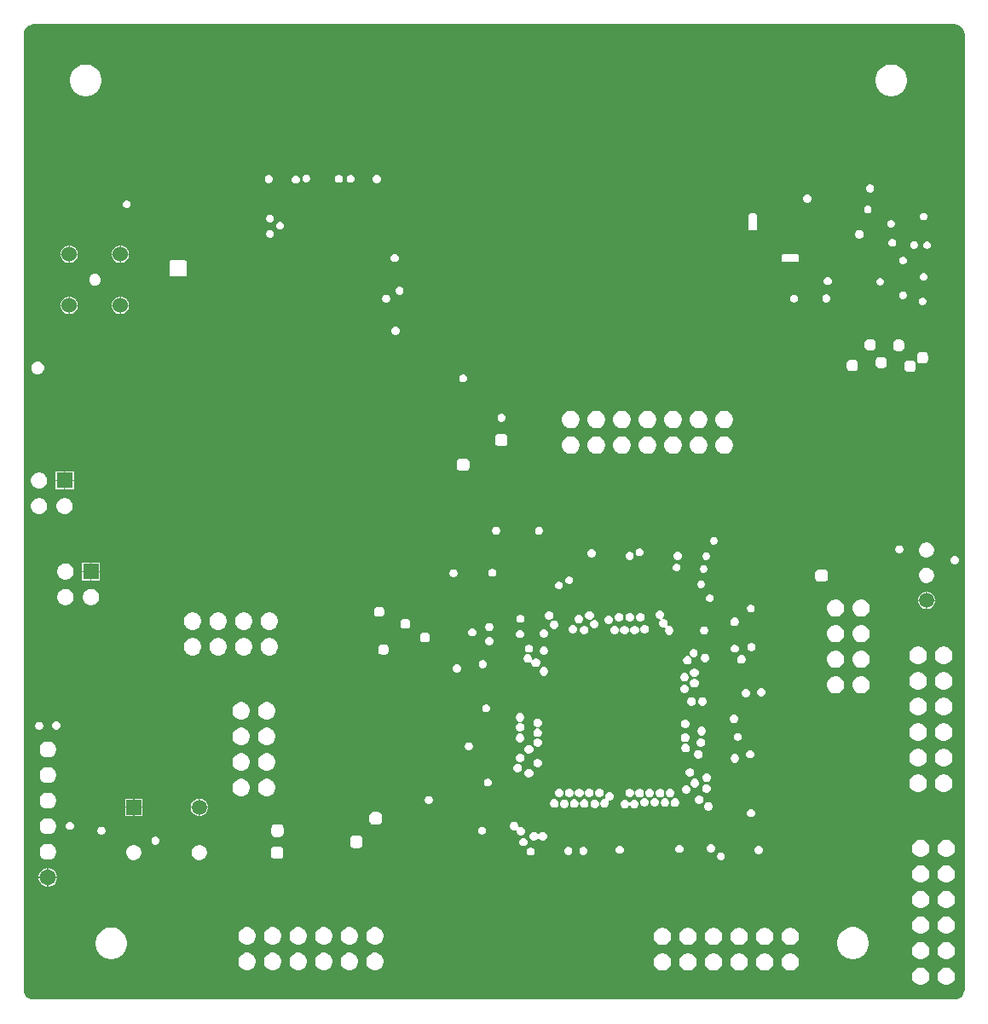
<source format=gbr>
G04*
G04 #@! TF.GenerationSoftware,Altium Limited,Altium Designer,25.1.2 (22)*
G04*
G04 Layer_Physical_Order=2*
G04 Layer_Color=37055*
%FSLAX25Y25*%
%MOIN*%
G70*
G04*
G04 #@! TF.SameCoordinates,893A5706-FB09-4F9C-B22B-F6CD489B59D5*
G04*
G04*
G04 #@! TF.FilePolarity,Positive*
G04*
G01*
G75*
%ADD122C,0.03937*%
%ADD124R,0.05906X0.05906*%
%ADD125C,0.05906*%
%ADD127R,0.06299X0.06299*%
%ADD128C,0.06299*%
%ADD132C,0.06000*%
%ADD134C,0.02362*%
%ADD135C,0.02756*%
G36*
X599400Y569497D02*
X599813D01*
X600624Y569336D01*
X601388Y569020D01*
X602075Y568560D01*
X602660Y567976D01*
X603120Y567288D01*
X603436Y566524D01*
X603597Y565713D01*
X603597Y565300D01*
X603597Y295800D01*
X603597Y192300D01*
Y191887D01*
X603436Y191076D01*
X603120Y190312D01*
X602660Y189625D01*
X602075Y189040D01*
X601388Y188581D01*
X600624Y188264D01*
X599813Y188103D01*
X599400Y188103D01*
X239731Y188103D01*
X239325D01*
X238527Y188261D01*
X237776Y188573D01*
X237100Y189024D01*
X236525Y189600D01*
X236073Y190276D01*
X235761Y191027D01*
X235603Y191825D01*
X235603Y192231D01*
Y209370D01*
X235603Y209371D01*
X235603Y565300D01*
Y565713D01*
X235764Y566524D01*
X236081Y567288D01*
X236540Y567976D01*
X237124Y568560D01*
X237812Y569020D01*
X238576Y569336D01*
X239387Y569497D01*
X239800Y569497D01*
X599400Y569497D01*
D02*
G37*
%LPC*%
G36*
X575512Y553717D02*
X574288D01*
X573087Y553478D01*
X571955Y553009D01*
X570937Y552329D01*
X570071Y551463D01*
X569391Y550445D01*
X568922Y549313D01*
X568683Y548112D01*
Y546888D01*
X568922Y545687D01*
X569391Y544555D01*
X570071Y543537D01*
X570937Y542671D01*
X571955Y541991D01*
X573087Y541522D01*
X574288Y541284D01*
X575512D01*
X576713Y541522D01*
X577845Y541991D01*
X578863Y542671D01*
X579729Y543537D01*
X580409Y544555D01*
X580878Y545687D01*
X581116Y546888D01*
Y548112D01*
X580878Y549313D01*
X580409Y550445D01*
X579729Y551463D01*
X578863Y552329D01*
X577845Y553009D01*
X576713Y553478D01*
X575512Y553717D01*
D02*
G37*
G36*
X260512D02*
X259288D01*
X258087Y553478D01*
X256955Y553009D01*
X255937Y552329D01*
X255071Y551463D01*
X254391Y550445D01*
X253922Y549313D01*
X253683Y548112D01*
Y546888D01*
X253922Y545687D01*
X254391Y544555D01*
X255071Y543537D01*
X255937Y542671D01*
X256955Y541991D01*
X258087Y541522D01*
X259288Y541284D01*
X260512D01*
X261713Y541522D01*
X262845Y541991D01*
X263863Y542671D01*
X264729Y543537D01*
X265409Y544555D01*
X265878Y545687D01*
X266116Y546888D01*
Y548112D01*
X265878Y549313D01*
X265409Y550445D01*
X264729Y551463D01*
X263863Y552329D01*
X262845Y553009D01*
X261713Y553478D01*
X260512Y553717D01*
D02*
G37*
G36*
X346516Y510690D02*
X345884D01*
X345299Y510448D01*
X344852Y510001D01*
X344609Y509416D01*
Y508784D01*
X344852Y508199D01*
X345299Y507752D01*
X345884Y507510D01*
X346516D01*
X347101Y507752D01*
X347548Y508199D01*
X347791Y508784D01*
Y509416D01*
X347548Y510001D01*
X347101Y510448D01*
X346516Y510690D01*
D02*
G37*
G36*
X363816Y510591D02*
X363184D01*
X362599Y510348D01*
X362152Y509901D01*
X361910Y509316D01*
Y508684D01*
X362152Y508099D01*
X362599Y507652D01*
X363184Y507409D01*
X363816D01*
X364401Y507652D01*
X364848Y508099D01*
X365090Y508684D01*
Y509316D01*
X364848Y509901D01*
X364401Y510348D01*
X363816Y510591D01*
D02*
G37*
G36*
X359216D02*
X358584D01*
X357999Y510348D01*
X357552Y509901D01*
X357310Y509316D01*
Y508684D01*
X357552Y508099D01*
X357999Y507652D01*
X358584Y507409D01*
X359216D01*
X359801Y507652D01*
X360248Y508099D01*
X360490Y508684D01*
Y509316D01*
X360248Y509901D01*
X359801Y510348D01*
X359216Y510591D01*
D02*
G37*
G36*
X374116Y510491D02*
X373484D01*
X372899Y510248D01*
X372452Y509801D01*
X372210Y509216D01*
Y508584D01*
X372452Y507999D01*
X372899Y507552D01*
X373484Y507309D01*
X374116D01*
X374701Y507552D01*
X375148Y507999D01*
X375391Y508584D01*
Y509216D01*
X375148Y509801D01*
X374701Y510248D01*
X374116Y510491D01*
D02*
G37*
G36*
X331816D02*
X331184D01*
X330599Y510248D01*
X330152Y509801D01*
X329909Y509216D01*
Y508584D01*
X330152Y507999D01*
X330599Y507552D01*
X331184Y507309D01*
X331816D01*
X332401Y507552D01*
X332848Y507999D01*
X333090Y508584D01*
Y509216D01*
X332848Y509801D01*
X332401Y510248D01*
X331816Y510491D01*
D02*
G37*
G36*
X342316Y510290D02*
X341684D01*
X341099Y510048D01*
X340652Y509601D01*
X340409Y509016D01*
Y508384D01*
X340652Y507799D01*
X341099Y507352D01*
X341684Y507109D01*
X342316D01*
X342901Y507352D01*
X343348Y507799D01*
X343590Y508384D01*
Y509016D01*
X343348Y509601D01*
X342901Y510048D01*
X342316Y510290D01*
D02*
G37*
G36*
X566916Y506790D02*
X566284D01*
X565699Y506548D01*
X565252Y506101D01*
X565009Y505516D01*
Y504884D01*
X565252Y504299D01*
X565699Y503852D01*
X566284Y503610D01*
X566916D01*
X567501Y503852D01*
X567948Y504299D01*
X568190Y504884D01*
Y505516D01*
X567948Y506101D01*
X567501Y506548D01*
X566916Y506790D01*
D02*
G37*
G36*
X542416Y502790D02*
X541784D01*
X541199Y502548D01*
X540752Y502101D01*
X540510Y501516D01*
Y500884D01*
X540752Y500299D01*
X541199Y499852D01*
X541784Y499610D01*
X542416D01*
X543001Y499852D01*
X543448Y500299D01*
X543690Y500884D01*
Y501516D01*
X543448Y502101D01*
X543001Y502548D01*
X542416Y502790D01*
D02*
G37*
G36*
X276297Y500492D02*
X275703D01*
X275155Y500265D01*
X274735Y499845D01*
X274508Y499297D01*
Y498703D01*
X274735Y498155D01*
X275155Y497735D01*
X275703Y497508D01*
X276297D01*
X276845Y497735D01*
X277265Y498155D01*
X277492Y498703D01*
Y499297D01*
X277265Y499845D01*
X276845Y500265D01*
X276297Y500492D01*
D02*
G37*
G36*
X566033Y498456D02*
X565439D01*
X564891Y498229D01*
X564471Y497809D01*
X564244Y497261D01*
Y496667D01*
X564471Y496119D01*
X564891Y495699D01*
X565439Y495472D01*
X566033D01*
X566581Y495699D01*
X567001Y496119D01*
X567228Y496667D01*
Y497261D01*
X567001Y497809D01*
X566581Y498229D01*
X566033Y498456D01*
D02*
G37*
G36*
X587897Y495723D02*
X587303D01*
X586755Y495496D01*
X586335Y495077D01*
X586108Y494528D01*
Y493935D01*
X586335Y493386D01*
X586755Y492966D01*
X587303Y492739D01*
X587897D01*
X588445Y492966D01*
X588865Y493386D01*
X589092Y493935D01*
Y494528D01*
X588865Y495077D01*
X588445Y495496D01*
X587897Y495723D01*
D02*
G37*
G36*
X332297Y494992D02*
X331703D01*
X331155Y494765D01*
X330735Y494345D01*
X330508Y493797D01*
Y493203D01*
X330735Y492655D01*
X331155Y492235D01*
X331703Y492008D01*
X332297D01*
X332845Y492235D01*
X333265Y492655D01*
X333492Y493203D01*
Y493797D01*
X333265Y494345D01*
X332845Y494765D01*
X332297Y494992D01*
D02*
G37*
G36*
X575097Y492892D02*
X574503D01*
X573955Y492665D01*
X573535Y492245D01*
X573308Y491697D01*
Y491103D01*
X573535Y490555D01*
X573955Y490135D01*
X574503Y489908D01*
X575097D01*
X575645Y490135D01*
X576065Y490555D01*
X576292Y491103D01*
Y491697D01*
X576065Y492245D01*
X575645Y492665D01*
X575097Y492892D01*
D02*
G37*
G36*
X336259Y492140D02*
X335665D01*
X335117Y491912D01*
X334697Y491493D01*
X334470Y490944D01*
Y490351D01*
X334697Y489802D01*
X335117Y489383D01*
X335665Y489155D01*
X336259D01*
X336807Y489383D01*
X337227Y489802D01*
X337454Y490351D01*
Y490944D01*
X337227Y491493D01*
X336807Y491912D01*
X336259Y492140D01*
D02*
G37*
G36*
X521831Y495483D02*
X519569D01*
X519263Y495356D01*
X519136Y495050D01*
Y489350D01*
X519263Y489044D01*
X519569Y488917D01*
X521831D01*
X522137Y489044D01*
X522264Y489350D01*
Y495050D01*
X522137Y495356D01*
X521831Y495483D01*
D02*
G37*
G36*
X332297Y488992D02*
X331703D01*
X331155Y488765D01*
X330735Y488345D01*
X330508Y487797D01*
Y487203D01*
X330735Y486655D01*
X331155Y486235D01*
X331703Y486008D01*
X332297D01*
X332845Y486235D01*
X333265Y486655D01*
X333492Y487203D01*
Y487797D01*
X333265Y488345D01*
X332845Y488765D01*
X332297Y488992D01*
D02*
G37*
G36*
X562776Y489022D02*
X562080D01*
X561437Y488756D01*
X560944Y488263D01*
X560678Y487620D01*
Y486924D01*
X560944Y486281D01*
X561437Y485788D01*
X562080Y485522D01*
X562776D01*
X563419Y485788D01*
X563911Y486281D01*
X564178Y486924D01*
Y487620D01*
X563911Y488263D01*
X563419Y488756D01*
X562776Y489022D01*
D02*
G37*
G36*
X575618Y485463D02*
X575024D01*
X574476Y485236D01*
X574056Y484816D01*
X573829Y484268D01*
Y483674D01*
X574056Y483126D01*
X574476Y482706D01*
X575024Y482479D01*
X575618D01*
X576166Y482706D01*
X576586Y483126D01*
X576813Y483674D01*
Y484268D01*
X576586Y484816D01*
X576166Y485236D01*
X575618Y485463D01*
D02*
G37*
G36*
X584097Y484692D02*
X583503D01*
X582955Y484465D01*
X582535Y484045D01*
X582308Y483497D01*
Y482903D01*
X582535Y482355D01*
X582955Y481935D01*
X583503Y481708D01*
X584097D01*
X584645Y481935D01*
X585065Y482355D01*
X585292Y482903D01*
Y483497D01*
X585065Y484045D01*
X584645Y484465D01*
X584097Y484692D01*
D02*
G37*
G36*
X589197Y484492D02*
X588603D01*
X588055Y484265D01*
X587635Y483845D01*
X587408Y483297D01*
Y482703D01*
X587635Y482155D01*
X588055Y481735D01*
X588603Y481508D01*
X589197D01*
X589745Y481735D01*
X590165Y482155D01*
X590392Y482703D01*
Y483297D01*
X590165Y483845D01*
X589745Y484265D01*
X589197Y484492D01*
D02*
G37*
G36*
X273948Y482900D02*
X273700D01*
Y479700D01*
X276900D01*
Y479948D01*
X276668Y480812D01*
X276221Y481588D01*
X275588Y482221D01*
X274812Y482668D01*
X273948Y482900D01*
D02*
G37*
G36*
X253948D02*
X253700D01*
Y479700D01*
X256900D01*
Y479948D01*
X256668Y480812D01*
X256221Y481588D01*
X255588Y482221D01*
X254812Y482668D01*
X253948Y482900D01*
D02*
G37*
G36*
X273300D02*
X273052D01*
X272188Y482668D01*
X271412Y482221D01*
X270779Y481588D01*
X270332Y480812D01*
X270100Y479948D01*
Y479700D01*
X273300D01*
Y482900D01*
D02*
G37*
G36*
X253300D02*
X253052D01*
X252188Y482668D01*
X251412Y482221D01*
X250779Y481588D01*
X250332Y480812D01*
X250100Y479948D01*
Y479700D01*
X253300D01*
Y482900D01*
D02*
G37*
G36*
X381116Y479591D02*
X380484D01*
X379899Y479348D01*
X379452Y478901D01*
X379209Y478316D01*
Y477684D01*
X379452Y477099D01*
X379899Y476652D01*
X380484Y476409D01*
X381116D01*
X381701Y476652D01*
X382148Y477099D01*
X382390Y477684D01*
Y478316D01*
X382148Y478901D01*
X381701Y479348D01*
X381116Y479591D01*
D02*
G37*
G36*
X538250Y479533D02*
X532550D01*
X532244Y479406D01*
X532117Y479100D01*
Y476839D01*
X532244Y476532D01*
X532550Y476406D01*
X538250D01*
X538556Y476532D01*
X538683Y476839D01*
Y479100D01*
X538556Y479406D01*
X538250Y479533D01*
D02*
G37*
G36*
X276900Y479300D02*
X273700D01*
Y476100D01*
X273948D01*
X274812Y476332D01*
X275588Y476779D01*
X276221Y477412D01*
X276668Y478188D01*
X276900Y479052D01*
Y479300D01*
D02*
G37*
G36*
X273300D02*
X270100D01*
Y479052D01*
X270332Y478188D01*
X270779Y477412D01*
X271412Y476779D01*
X272188Y476332D01*
X273052Y476100D01*
X273300D01*
Y479300D01*
D02*
G37*
G36*
X256900D02*
X253700D01*
Y476100D01*
X253948D01*
X254812Y476332D01*
X255588Y476779D01*
X256221Y477412D01*
X256668Y478188D01*
X256900Y479052D01*
Y479300D01*
D02*
G37*
G36*
X253300D02*
X250100D01*
Y479052D01*
X250332Y478188D01*
X250779Y477412D01*
X251412Y476779D01*
X252188Y476332D01*
X253052Y476100D01*
X253300D01*
Y479300D01*
D02*
G37*
G36*
X579755Y478492D02*
X579161D01*
X578613Y478265D01*
X578193Y477845D01*
X577966Y477297D01*
Y476703D01*
X578193Y476155D01*
X578613Y475735D01*
X579161Y475508D01*
X579755D01*
X580303Y475735D01*
X580723Y476155D01*
X580950Y476703D01*
Y477297D01*
X580723Y477845D01*
X580303Y478265D01*
X579755Y478492D01*
D02*
G37*
G36*
X298850Y477183D02*
X293150D01*
X292844Y477056D01*
X292717Y476750D01*
Y471250D01*
X292844Y470944D01*
X293150Y470817D01*
X298850D01*
X299156Y470944D01*
X299283Y471250D01*
Y476750D01*
X299156Y477056D01*
X298850Y477183D01*
D02*
G37*
G36*
X587931Y472111D02*
X587338D01*
X586789Y471884D01*
X586369Y471464D01*
X586142Y470916D01*
Y470322D01*
X586369Y469774D01*
X586789Y469354D01*
X587338Y469127D01*
X587931D01*
X588480Y469354D01*
X588899Y469774D01*
X589126Y470322D01*
Y470916D01*
X588899Y471464D01*
X588480Y471884D01*
X587931Y472111D01*
D02*
G37*
G36*
X550416Y470590D02*
X549784D01*
X549199Y470348D01*
X548752Y469901D01*
X548510Y469316D01*
Y468684D01*
X548752Y468099D01*
X549199Y467652D01*
X549784Y467410D01*
X550416D01*
X551001Y467652D01*
X551448Y468099D01*
X551690Y468684D01*
Y469316D01*
X551448Y469901D01*
X551001Y470348D01*
X550416Y470590D01*
D02*
G37*
G36*
X570897Y470292D02*
X570303D01*
X569755Y470065D01*
X569335Y469645D01*
X569108Y469097D01*
Y468503D01*
X569335Y467955D01*
X569755Y467535D01*
X570303Y467308D01*
X570897D01*
X571445Y467535D01*
X571865Y467955D01*
X572092Y468503D01*
Y469097D01*
X571865Y469645D01*
X571445Y470065D01*
X570897Y470292D01*
D02*
G37*
G36*
X263948Y471750D02*
X263052D01*
X262226Y471408D01*
X261593Y470775D01*
X261250Y469947D01*
Y469053D01*
X261593Y468225D01*
X262226Y467592D01*
X263052Y467250D01*
X263948D01*
X264774Y467592D01*
X265407Y468225D01*
X265750Y469053D01*
Y469947D01*
X265407Y470775D01*
X264774Y471408D01*
X263948Y471750D01*
D02*
G37*
G36*
X382908Y466854D02*
X382276D01*
X381691Y466612D01*
X381244Y466165D01*
X381001Y465580D01*
Y464947D01*
X381244Y464363D01*
X381691Y463915D01*
X382276Y463673D01*
X382908D01*
X383493Y463915D01*
X383941Y464363D01*
X384183Y464947D01*
Y465580D01*
X383941Y466165D01*
X383493Y466612D01*
X382908Y466854D01*
D02*
G37*
G36*
X579755Y464992D02*
X579161D01*
X578613Y464765D01*
X578193Y464345D01*
X577966Y463797D01*
Y463203D01*
X578193Y462655D01*
X578613Y462235D01*
X579161Y462008D01*
X579755D01*
X580303Y462235D01*
X580723Y462655D01*
X580950Y463203D01*
Y463797D01*
X580723Y464345D01*
X580303Y464765D01*
X579755Y464992D01*
D02*
G37*
G36*
X549816Y463791D02*
X549184D01*
X548599Y463548D01*
X548152Y463101D01*
X547909Y462516D01*
Y461884D01*
X548152Y461299D01*
X548599Y460852D01*
X549184Y460609D01*
X549816D01*
X550401Y460852D01*
X550848Y461299D01*
X551090Y461884D01*
Y462516D01*
X550848Y463101D01*
X550401Y463548D01*
X549816Y463791D01*
D02*
G37*
G36*
X537216Y463691D02*
X536584D01*
X535999Y463448D01*
X535552Y463001D01*
X535310Y462416D01*
Y461784D01*
X535552Y461199D01*
X535999Y460752D01*
X536584Y460509D01*
X537216D01*
X537801Y460752D01*
X538248Y461199D01*
X538490Y461784D01*
Y462416D01*
X538248Y463001D01*
X537801Y463448D01*
X537216Y463691D01*
D02*
G37*
G36*
X377716D02*
X377084D01*
X376499Y463448D01*
X376052Y463001D01*
X375810Y462416D01*
Y461784D01*
X376052Y461199D01*
X376499Y460752D01*
X377084Y460509D01*
X377716D01*
X378301Y460752D01*
X378748Y461199D01*
X378991Y461784D01*
Y462416D01*
X378748Y463001D01*
X378301Y463448D01*
X377716Y463691D01*
D02*
G37*
G36*
X273948Y462900D02*
X273700D01*
Y459700D01*
X276900D01*
Y459948D01*
X276668Y460812D01*
X276221Y461588D01*
X275588Y462221D01*
X274812Y462668D01*
X273948Y462900D01*
D02*
G37*
G36*
X253948D02*
X253700D01*
Y459700D01*
X256900D01*
Y459948D01*
X256668Y460812D01*
X256221Y461588D01*
X255588Y462221D01*
X254812Y462668D01*
X253948Y462900D01*
D02*
G37*
G36*
X273300D02*
X273052D01*
X272188Y462668D01*
X271412Y462221D01*
X270779Y461588D01*
X270332Y460812D01*
X270100Y459948D01*
Y459700D01*
X273300D01*
Y462900D01*
D02*
G37*
G36*
X253300D02*
X253052D01*
X252188Y462668D01*
X251412Y462221D01*
X250779Y461588D01*
X250332Y460812D01*
X250100Y459948D01*
Y459700D01*
X253300D01*
Y462900D01*
D02*
G37*
G36*
X587403Y462592D02*
X586809D01*
X586261Y462365D01*
X585841Y461945D01*
X585614Y461397D01*
Y460803D01*
X585841Y460255D01*
X586261Y459835D01*
X586809Y459608D01*
X587403D01*
X587952Y459835D01*
X588371Y460255D01*
X588598Y460803D01*
Y461397D01*
X588371Y461945D01*
X587952Y462365D01*
X587403Y462592D01*
D02*
G37*
G36*
X276900Y459300D02*
X273700D01*
Y456100D01*
X273948D01*
X274812Y456332D01*
X275588Y456779D01*
X276221Y457412D01*
X276668Y458188D01*
X276900Y459052D01*
Y459300D01*
D02*
G37*
G36*
X273300D02*
X270100D01*
Y459052D01*
X270332Y458188D01*
X270779Y457412D01*
X271412Y456779D01*
X272188Y456332D01*
X273052Y456100D01*
X273300D01*
Y459300D01*
D02*
G37*
G36*
X256900D02*
X253700D01*
Y456100D01*
X253948D01*
X254812Y456332D01*
X255588Y456779D01*
X256221Y457412D01*
X256668Y458188D01*
X256900Y459052D01*
Y459300D01*
D02*
G37*
G36*
X253300D02*
X250100D01*
Y459052D01*
X250332Y458188D01*
X250779Y457412D01*
X251412Y456779D01*
X252188Y456332D01*
X253052Y456100D01*
X253300D01*
Y459300D01*
D02*
G37*
G36*
X381416Y451090D02*
X380784D01*
X380199Y450848D01*
X379752Y450401D01*
X379509Y449816D01*
Y449184D01*
X379752Y448599D01*
X380199Y448152D01*
X380784Y447909D01*
X381416D01*
X382001Y448152D01*
X382448Y448599D01*
X382691Y449184D01*
Y449816D01*
X382448Y450401D01*
X382001Y450848D01*
X381416Y451090D01*
D02*
G37*
G36*
X567575Y446375D02*
X565825D01*
X565328Y446276D01*
X564906Y445994D01*
X564624Y445573D01*
X564525Y445075D01*
Y443325D01*
X564624Y442828D01*
X564906Y442406D01*
X565328Y442124D01*
X565825Y442025D01*
X567575D01*
X568073Y442124D01*
X568494Y442406D01*
X568776Y442828D01*
X568875Y443325D01*
Y445075D01*
X568776Y445573D01*
X568494Y445994D01*
X568073Y446276D01*
X567575Y446375D01*
D02*
G37*
G36*
X578675Y446075D02*
X576925D01*
X576428Y445976D01*
X576006Y445694D01*
X575724Y445272D01*
X575625Y444775D01*
Y443025D01*
X575724Y442527D01*
X576006Y442106D01*
X576428Y441824D01*
X576925Y441725D01*
X578675D01*
X579173Y441824D01*
X579594Y442106D01*
X579876Y442527D01*
X579975Y443025D01*
Y444775D01*
X579876Y445272D01*
X579594Y445694D01*
X579173Y445976D01*
X578675Y446075D01*
D02*
G37*
G36*
X587981Y441189D02*
X586231D01*
X585734Y441090D01*
X585312Y440808D01*
X585030Y440387D01*
X584931Y439889D01*
Y438139D01*
X585030Y437642D01*
X585312Y437220D01*
X585734Y436938D01*
X586231Y436839D01*
X587981D01*
X588479Y436938D01*
X588901Y437220D01*
X589182Y437642D01*
X589281Y438139D01*
Y439889D01*
X589182Y440387D01*
X588901Y440808D01*
X588479Y441090D01*
X587981Y441189D01*
D02*
G37*
G36*
X571875Y439375D02*
X570125D01*
X569628Y439276D01*
X569206Y438994D01*
X568924Y438573D01*
X568825Y438075D01*
Y436325D01*
X568924Y435827D01*
X569206Y435406D01*
X569628Y435124D01*
X570125Y435025D01*
X571875D01*
X572372Y435124D01*
X572794Y435406D01*
X573076Y435827D01*
X573175Y436325D01*
Y438075D01*
X573076Y438573D01*
X572794Y438994D01*
X572372Y439276D01*
X571875Y439375D01*
D02*
G37*
G36*
X560575Y438275D02*
X558825D01*
X558327Y438176D01*
X557906Y437894D01*
X557624Y437472D01*
X557525Y436975D01*
Y435225D01*
X557624Y434727D01*
X557906Y434306D01*
X558327Y434024D01*
X558825Y433925D01*
X560575D01*
X561072Y434024D01*
X561494Y434306D01*
X561776Y434727D01*
X561875Y435225D01*
Y436975D01*
X561776Y437472D01*
X561494Y437894D01*
X561072Y438176D01*
X560575Y438275D01*
D02*
G37*
G36*
X583175Y437975D02*
X581425D01*
X580928Y437876D01*
X580506Y437594D01*
X580224Y437173D01*
X580125Y436675D01*
Y434925D01*
X580224Y434427D01*
X580506Y434006D01*
X580928Y433724D01*
X581425Y433625D01*
X583175D01*
X583673Y433724D01*
X584094Y434006D01*
X584376Y434427D01*
X584475Y434925D01*
Y436675D01*
X584376Y437173D01*
X584094Y437594D01*
X583673Y437876D01*
X583175Y437975D01*
D02*
G37*
G36*
X241597Y437500D02*
X240603D01*
X239684Y437119D01*
X238981Y436416D01*
X238600Y435497D01*
Y434503D01*
X238981Y433584D01*
X239684Y432881D01*
X240603Y432500D01*
X241597D01*
X242516Y432881D01*
X243219Y433584D01*
X243600Y434503D01*
Y435497D01*
X243219Y436416D01*
X242516Y437119D01*
X241597Y437500D01*
D02*
G37*
G36*
X407816Y432590D02*
X407184D01*
X406599Y432348D01*
X406152Y431901D01*
X405909Y431316D01*
Y430684D01*
X406152Y430099D01*
X406599Y429652D01*
X407184Y429410D01*
X407816D01*
X408401Y429652D01*
X408848Y430099D01*
X409091Y430684D01*
Y431316D01*
X408848Y431901D01*
X408401Y432348D01*
X407816Y432590D01*
D02*
G37*
G36*
X422816Y417091D02*
X422184D01*
X421599Y416848D01*
X421152Y416401D01*
X420910Y415816D01*
Y415184D01*
X421152Y414599D01*
X421599Y414152D01*
X422184Y413909D01*
X422816D01*
X423401Y414152D01*
X423848Y414599D01*
X424090Y415184D01*
Y415816D01*
X423848Y416401D01*
X423401Y416848D01*
X422816Y417091D01*
D02*
G37*
G36*
X510048Y418300D02*
X509152D01*
X508288Y418068D01*
X507512Y417621D01*
X506879Y416988D01*
X506432Y416212D01*
X506200Y415348D01*
Y414452D01*
X506432Y413588D01*
X506879Y412812D01*
X507512Y412179D01*
X508288Y411732D01*
X509152Y411500D01*
X510048D01*
X510912Y411732D01*
X511688Y412179D01*
X512321Y412812D01*
X512768Y413588D01*
X513000Y414452D01*
Y415348D01*
X512768Y416212D01*
X512321Y416988D01*
X511688Y417621D01*
X510912Y418068D01*
X510048Y418300D01*
D02*
G37*
G36*
X500048D02*
X499152D01*
X498288Y418068D01*
X497512Y417621D01*
X496879Y416988D01*
X496432Y416212D01*
X496200Y415348D01*
Y414452D01*
X496432Y413588D01*
X496879Y412812D01*
X497512Y412179D01*
X498288Y411732D01*
X499152Y411500D01*
X500048D01*
X500912Y411732D01*
X501688Y412179D01*
X502321Y412812D01*
X502768Y413588D01*
X503000Y414452D01*
Y415348D01*
X502768Y416212D01*
X502321Y416988D01*
X501688Y417621D01*
X500912Y418068D01*
X500048Y418300D01*
D02*
G37*
G36*
X490048D02*
X489152D01*
X488288Y418068D01*
X487512Y417621D01*
X486879Y416988D01*
X486432Y416212D01*
X486200Y415348D01*
Y414452D01*
X486432Y413588D01*
X486879Y412812D01*
X487512Y412179D01*
X488288Y411732D01*
X489152Y411500D01*
X490048D01*
X490912Y411732D01*
X491688Y412179D01*
X492321Y412812D01*
X492768Y413588D01*
X493000Y414452D01*
Y415348D01*
X492768Y416212D01*
X492321Y416988D01*
X491688Y417621D01*
X490912Y418068D01*
X490048Y418300D01*
D02*
G37*
G36*
X480048D02*
X479152D01*
X478288Y418068D01*
X477512Y417621D01*
X476879Y416988D01*
X476432Y416212D01*
X476200Y415348D01*
Y414452D01*
X476432Y413588D01*
X476879Y412812D01*
X477512Y412179D01*
X478288Y411732D01*
X479152Y411500D01*
X480048D01*
X480912Y411732D01*
X481688Y412179D01*
X482321Y412812D01*
X482768Y413588D01*
X483000Y414452D01*
Y415348D01*
X482768Y416212D01*
X482321Y416988D01*
X481688Y417621D01*
X480912Y418068D01*
X480048Y418300D01*
D02*
G37*
G36*
X470048D02*
X469152D01*
X468288Y418068D01*
X467512Y417621D01*
X466879Y416988D01*
X466432Y416212D01*
X466200Y415348D01*
Y414452D01*
X466432Y413588D01*
X466879Y412812D01*
X467512Y412179D01*
X468288Y411732D01*
X469152Y411500D01*
X470048D01*
X470912Y411732D01*
X471688Y412179D01*
X472321Y412812D01*
X472768Y413588D01*
X473000Y414452D01*
Y415348D01*
X472768Y416212D01*
X472321Y416988D01*
X471688Y417621D01*
X470912Y418068D01*
X470048Y418300D01*
D02*
G37*
G36*
X460048D02*
X459152D01*
X458288Y418068D01*
X457512Y417621D01*
X456879Y416988D01*
X456432Y416212D01*
X456200Y415348D01*
Y414452D01*
X456432Y413588D01*
X456879Y412812D01*
X457512Y412179D01*
X458288Y411732D01*
X459152Y411500D01*
X460048D01*
X460912Y411732D01*
X461688Y412179D01*
X462321Y412812D01*
X462768Y413588D01*
X463000Y414452D01*
Y415348D01*
X462768Y416212D01*
X462321Y416988D01*
X461688Y417621D01*
X460912Y418068D01*
X460048Y418300D01*
D02*
G37*
G36*
X450048D02*
X449152D01*
X448288Y418068D01*
X447512Y417621D01*
X446879Y416988D01*
X446432Y416212D01*
X446200Y415348D01*
Y414452D01*
X446432Y413588D01*
X446879Y412812D01*
X447512Y412179D01*
X448288Y411732D01*
X449152Y411500D01*
X450048D01*
X450912Y411732D01*
X451688Y412179D01*
X452321Y412812D01*
X452768Y413588D01*
X453000Y414452D01*
Y415348D01*
X452768Y416212D01*
X452321Y416988D01*
X451688Y417621D01*
X450912Y418068D01*
X450048Y418300D01*
D02*
G37*
G36*
X423447Y409327D02*
X421447D01*
X420901Y409219D01*
X420438Y408909D01*
X420128Y408446D01*
X420020Y407900D01*
Y405900D01*
X420128Y405354D01*
X420438Y404891D01*
X420901Y404581D01*
X421447Y404473D01*
X423447D01*
X423993Y404581D01*
X424457Y404891D01*
X424766Y405354D01*
X424875Y405900D01*
Y407900D01*
X424766Y408446D01*
X424457Y408909D01*
X423993Y409219D01*
X423447Y409327D01*
D02*
G37*
G36*
X510048Y408300D02*
X509152D01*
X508288Y408068D01*
X507512Y407621D01*
X506879Y406988D01*
X506432Y406212D01*
X506200Y405348D01*
Y404452D01*
X506432Y403588D01*
X506879Y402812D01*
X507512Y402179D01*
X508288Y401732D01*
X509152Y401500D01*
X510048D01*
X510912Y401732D01*
X511688Y402179D01*
X512321Y402812D01*
X512768Y403588D01*
X513000Y404452D01*
Y405348D01*
X512768Y406212D01*
X512321Y406988D01*
X511688Y407621D01*
X510912Y408068D01*
X510048Y408300D01*
D02*
G37*
G36*
X500048D02*
X499152D01*
X498288Y408068D01*
X497512Y407621D01*
X496879Y406988D01*
X496432Y406212D01*
X496200Y405348D01*
Y404452D01*
X496432Y403588D01*
X496879Y402812D01*
X497512Y402179D01*
X498288Y401732D01*
X499152Y401500D01*
X500048D01*
X500912Y401732D01*
X501688Y402179D01*
X502321Y402812D01*
X502768Y403588D01*
X503000Y404452D01*
Y405348D01*
X502768Y406212D01*
X502321Y406988D01*
X501688Y407621D01*
X500912Y408068D01*
X500048Y408300D01*
D02*
G37*
G36*
X490048D02*
X489152D01*
X488288Y408068D01*
X487512Y407621D01*
X486879Y406988D01*
X486432Y406212D01*
X486200Y405348D01*
Y404452D01*
X486432Y403588D01*
X486879Y402812D01*
X487512Y402179D01*
X488288Y401732D01*
X489152Y401500D01*
X490048D01*
X490912Y401732D01*
X491688Y402179D01*
X492321Y402812D01*
X492768Y403588D01*
X493000Y404452D01*
Y405348D01*
X492768Y406212D01*
X492321Y406988D01*
X491688Y407621D01*
X490912Y408068D01*
X490048Y408300D01*
D02*
G37*
G36*
X480048D02*
X479152D01*
X478288Y408068D01*
X477512Y407621D01*
X476879Y406988D01*
X476432Y406212D01*
X476200Y405348D01*
Y404452D01*
X476432Y403588D01*
X476879Y402812D01*
X477512Y402179D01*
X478288Y401732D01*
X479152Y401500D01*
X480048D01*
X480912Y401732D01*
X481688Y402179D01*
X482321Y402812D01*
X482768Y403588D01*
X483000Y404452D01*
Y405348D01*
X482768Y406212D01*
X482321Y406988D01*
X481688Y407621D01*
X480912Y408068D01*
X480048Y408300D01*
D02*
G37*
G36*
X470048D02*
X469152D01*
X468288Y408068D01*
X467512Y407621D01*
X466879Y406988D01*
X466432Y406212D01*
X466200Y405348D01*
Y404452D01*
X466432Y403588D01*
X466879Y402812D01*
X467512Y402179D01*
X468288Y401732D01*
X469152Y401500D01*
X470048D01*
X470912Y401732D01*
X471688Y402179D01*
X472321Y402812D01*
X472768Y403588D01*
X473000Y404452D01*
Y405348D01*
X472768Y406212D01*
X472321Y406988D01*
X471688Y407621D01*
X470912Y408068D01*
X470048Y408300D01*
D02*
G37*
G36*
X460048D02*
X459152D01*
X458288Y408068D01*
X457512Y407621D01*
X456879Y406988D01*
X456432Y406212D01*
X456200Y405348D01*
Y404452D01*
X456432Y403588D01*
X456879Y402812D01*
X457512Y402179D01*
X458288Y401732D01*
X459152Y401500D01*
X460048D01*
X460912Y401732D01*
X461688Y402179D01*
X462321Y402812D01*
X462768Y403588D01*
X463000Y404452D01*
Y405348D01*
X462768Y406212D01*
X462321Y406988D01*
X461688Y407621D01*
X460912Y408068D01*
X460048Y408300D01*
D02*
G37*
G36*
X450048D02*
X449152D01*
X448288Y408068D01*
X447512Y407621D01*
X446879Y406988D01*
X446432Y406212D01*
X446200Y405348D01*
Y404452D01*
X446432Y403588D01*
X446879Y402812D01*
X447512Y402179D01*
X448288Y401732D01*
X449152Y401500D01*
X450048D01*
X450912Y401732D01*
X451688Y402179D01*
X452321Y402812D01*
X452768Y403588D01*
X453000Y404452D01*
Y405348D01*
X452768Y406212D01*
X452321Y406988D01*
X451688Y407621D01*
X450912Y408068D01*
X450048Y408300D01*
D02*
G37*
G36*
X408500Y399627D02*
X406500D01*
X405954Y399519D01*
X405491Y399209D01*
X405181Y398746D01*
X405073Y398200D01*
Y396200D01*
X405181Y395654D01*
X405491Y395191D01*
X405954Y394881D01*
X406500Y394773D01*
X408500D01*
X409046Y394881D01*
X409509Y395191D01*
X409819Y395654D01*
X409927Y396200D01*
Y398200D01*
X409819Y398746D01*
X409509Y399209D01*
X409046Y399519D01*
X408500Y399627D01*
D02*
G37*
G36*
X255250Y394650D02*
X251900D01*
Y391300D01*
X255250D01*
Y394650D01*
D02*
G37*
G36*
X251500D02*
X248150D01*
Y391300D01*
X251500D01*
Y394650D01*
D02*
G37*
G36*
X242117Y394265D02*
X241283D01*
X240478Y394050D01*
X239756Y393633D01*
X239167Y393044D01*
X238750Y392322D01*
X238535Y391517D01*
Y390683D01*
X238750Y389878D01*
X239167Y389156D01*
X239756Y388567D01*
X240478Y388150D01*
X241283Y387935D01*
X242117D01*
X242922Y388150D01*
X243644Y388567D01*
X244233Y389156D01*
X244650Y389878D01*
X244865Y390683D01*
Y391517D01*
X244650Y392322D01*
X244233Y393044D01*
X243644Y393633D01*
X242922Y394050D01*
X242117Y394265D01*
D02*
G37*
G36*
X255250Y390900D02*
X251900D01*
Y387550D01*
X255250D01*
Y390900D01*
D02*
G37*
G36*
X251500D02*
X248150D01*
Y387550D01*
X251500D01*
Y390900D01*
D02*
G37*
G36*
X252117Y384265D02*
X251283D01*
X250478Y384050D01*
X249756Y383633D01*
X249167Y383044D01*
X248750Y382322D01*
X248535Y381517D01*
Y380683D01*
X248750Y379878D01*
X249167Y379156D01*
X249756Y378567D01*
X250478Y378150D01*
X251283Y377935D01*
X252117D01*
X252922Y378150D01*
X253644Y378567D01*
X254233Y379156D01*
X254650Y379878D01*
X254865Y380683D01*
Y381517D01*
X254650Y382322D01*
X254233Y383044D01*
X253644Y383633D01*
X252922Y384050D01*
X252117Y384265D01*
D02*
G37*
G36*
X242117D02*
X241283D01*
X240478Y384050D01*
X239756Y383633D01*
X239167Y383044D01*
X238750Y382322D01*
X238535Y381517D01*
Y380683D01*
X238750Y379878D01*
X239167Y379156D01*
X239756Y378567D01*
X240478Y378150D01*
X241283Y377935D01*
X242117D01*
X242922Y378150D01*
X243644Y378567D01*
X244233Y379156D01*
X244650Y379878D01*
X244865Y380683D01*
Y381517D01*
X244650Y382322D01*
X244233Y383044D01*
X243644Y383633D01*
X242922Y384050D01*
X242117Y384265D01*
D02*
G37*
G36*
X437516Y372990D02*
X436884D01*
X436299Y372748D01*
X435852Y372301D01*
X435609Y371716D01*
Y371084D01*
X435852Y370499D01*
X436299Y370052D01*
X436884Y369810D01*
X437516D01*
X438101Y370052D01*
X438548Y370499D01*
X438791Y371084D01*
Y371716D01*
X438548Y372301D01*
X438101Y372748D01*
X437516Y372990D01*
D02*
G37*
G36*
X420716D02*
X420084D01*
X419499Y372748D01*
X419052Y372301D01*
X418810Y371716D01*
Y371084D01*
X419052Y370499D01*
X419499Y370052D01*
X420084Y369810D01*
X420716D01*
X421301Y370052D01*
X421748Y370499D01*
X421990Y371084D01*
Y371716D01*
X421748Y372301D01*
X421301Y372748D01*
X420716Y372990D01*
D02*
G37*
G36*
X505797Y368992D02*
X505203D01*
X504655Y368765D01*
X504235Y368345D01*
X504008Y367797D01*
Y367203D01*
X504235Y366655D01*
X504655Y366235D01*
X505203Y366008D01*
X505797D01*
X506345Y366235D01*
X506765Y366655D01*
X506992Y367203D01*
Y367797D01*
X506765Y368345D01*
X506345Y368765D01*
X505797Y368992D01*
D02*
G37*
G36*
X578316Y365690D02*
X577684D01*
X577099Y365448D01*
X576652Y365001D01*
X576409Y364416D01*
Y363784D01*
X576652Y363199D01*
X577099Y362752D01*
X577684Y362509D01*
X578316D01*
X578901Y362752D01*
X579348Y363199D01*
X579591Y363784D01*
Y364416D01*
X579348Y365001D01*
X578901Y365448D01*
X578316Y365690D01*
D02*
G37*
G36*
X476843Y364591D02*
X476210D01*
X475626Y364348D01*
X475178Y363901D01*
X474936Y363316D01*
Y362684D01*
X475178Y362099D01*
X475626Y361652D01*
X476210Y361409D01*
X476843D01*
X477428Y361652D01*
X477875Y362099D01*
X478117Y362684D01*
Y363316D01*
X477875Y363901D01*
X477428Y364348D01*
X476843Y364591D01*
D02*
G37*
G36*
X458116Y364090D02*
X457484D01*
X456899Y363848D01*
X456452Y363401D01*
X456210Y362816D01*
Y362184D01*
X456452Y361599D01*
X456899Y361152D01*
X457484Y360910D01*
X458116D01*
X458701Y361152D01*
X459148Y361599D01*
X459390Y362184D01*
Y362816D01*
X459148Y363401D01*
X458701Y363848D01*
X458116Y364090D01*
D02*
G37*
G36*
X589091Y366811D02*
X588309D01*
X587554Y366609D01*
X586877Y366218D01*
X586325Y365665D01*
X585934Y364988D01*
X585732Y364233D01*
Y363452D01*
X585934Y362697D01*
X586325Y362020D01*
X586877Y361467D01*
X587554Y361076D01*
X588309Y360874D01*
X589091D01*
X589846Y361076D01*
X590523Y361467D01*
X591075Y362020D01*
X591466Y362697D01*
X591669Y363452D01*
Y364233D01*
X591466Y364988D01*
X591075Y365665D01*
X590523Y366218D01*
X589846Y366609D01*
X589091Y366811D01*
D02*
G37*
G36*
X491716Y363191D02*
X491084D01*
X490499Y362948D01*
X490052Y362501D01*
X489810Y361916D01*
Y361284D01*
X490052Y360699D01*
X490499Y360252D01*
X491084Y360010D01*
X491716D01*
X492301Y360252D01*
X492748Y360699D01*
X492990Y361284D01*
Y361916D01*
X492748Y362501D01*
X492301Y362948D01*
X491716Y363191D01*
D02*
G37*
G36*
X472906D02*
X472273D01*
X471689Y362948D01*
X471241Y362501D01*
X470999Y361916D01*
Y361284D01*
X471241Y360699D01*
X471689Y360252D01*
X472273Y360010D01*
X472906D01*
X473491Y360252D01*
X473938Y360699D01*
X474180Y361284D01*
Y361916D01*
X473938Y362501D01*
X473491Y362948D01*
X472906Y363191D01*
D02*
G37*
G36*
X502804Y362985D02*
X502210D01*
X501662Y362758D01*
X501242Y362338D01*
X501015Y361790D01*
Y361196D01*
X501242Y360648D01*
X501662Y360228D01*
X502210Y360001D01*
X502804D01*
X503352Y360228D01*
X503772Y360648D01*
X503999Y361196D01*
Y361790D01*
X503772Y362338D01*
X503352Y362758D01*
X502804Y362985D01*
D02*
G37*
G36*
X600116Y361491D02*
X599484D01*
X598899Y361248D01*
X598452Y360801D01*
X598209Y360216D01*
Y359584D01*
X598452Y358999D01*
X598899Y358552D01*
X599484Y358310D01*
X600116D01*
X600701Y358552D01*
X601148Y358999D01*
X601391Y359584D01*
Y360216D01*
X601148Y360801D01*
X600701Y361248D01*
X600116Y361491D01*
D02*
G37*
G36*
X265550Y359050D02*
X262200D01*
Y355700D01*
X265550D01*
Y359050D01*
D02*
G37*
G36*
X261800D02*
X258450D01*
Y355700D01*
X261800D01*
Y359050D01*
D02*
G37*
G36*
X491297Y358492D02*
X490703D01*
X490155Y358265D01*
X489735Y357845D01*
X489508Y357297D01*
Y356703D01*
X489735Y356155D01*
X490155Y355735D01*
X490703Y355508D01*
X491297D01*
X491845Y355735D01*
X492265Y356155D01*
X492492Y356703D01*
Y357297D01*
X492265Y357845D01*
X491845Y358265D01*
X491297Y358492D01*
D02*
G37*
G36*
X501797Y357992D02*
X501203D01*
X500655Y357765D01*
X500235Y357345D01*
X500008Y356797D01*
Y356203D01*
X500235Y355655D01*
X500655Y355235D01*
X501203Y355008D01*
X501797D01*
X502345Y355235D01*
X502765Y355655D01*
X502992Y356203D01*
Y356797D01*
X502765Y357345D01*
X502345Y357765D01*
X501797Y357992D01*
D02*
G37*
G36*
X419216Y356591D02*
X418584D01*
X417999Y356348D01*
X417552Y355901D01*
X417310Y355316D01*
Y354684D01*
X417552Y354099D01*
X417999Y353652D01*
X418584Y353410D01*
X419216D01*
X419801Y353652D01*
X420248Y354099D01*
X420491Y354684D01*
Y355316D01*
X420248Y355901D01*
X419801Y356348D01*
X419216Y356591D01*
D02*
G37*
G36*
X404016Y356391D02*
X403384D01*
X402799Y356148D01*
X402352Y355701D01*
X402109Y355116D01*
Y354484D01*
X402352Y353899D01*
X402799Y353452D01*
X403384Y353209D01*
X404016D01*
X404601Y353452D01*
X405048Y353899D01*
X405291Y354484D01*
Y355116D01*
X405048Y355701D01*
X404601Y356148D01*
X404016Y356391D01*
D02*
G37*
G36*
X252417Y358665D02*
X251583D01*
X250778Y358450D01*
X250056Y358033D01*
X249467Y357444D01*
X249050Y356722D01*
X248835Y355917D01*
Y355083D01*
X249050Y354278D01*
X249467Y353556D01*
X250056Y352967D01*
X250778Y352550D01*
X251583Y352335D01*
X252417D01*
X253222Y352550D01*
X253944Y352967D01*
X254533Y353556D01*
X254950Y354278D01*
X255165Y355083D01*
Y355917D01*
X254950Y356722D01*
X254533Y357444D01*
X253944Y358033D01*
X253222Y358450D01*
X252417Y358665D01*
D02*
G37*
G36*
X265550Y355300D02*
X262200D01*
Y351950D01*
X265550D01*
Y355300D01*
D02*
G37*
G36*
X261800D02*
X258450D01*
Y351950D01*
X261800D01*
Y355300D01*
D02*
G37*
G36*
X548600Y356327D02*
X546600D01*
X546054Y356219D01*
X545591Y355909D01*
X545281Y355446D01*
X545173Y354900D01*
Y352900D01*
X545281Y352354D01*
X545591Y351891D01*
X546054Y351581D01*
X546600Y351473D01*
X548600D01*
X549146Y351581D01*
X549609Y351891D01*
X549919Y352354D01*
X550027Y352900D01*
Y354900D01*
X549919Y355446D01*
X549609Y355909D01*
X549146Y356219D01*
X548600Y356327D01*
D02*
G37*
G36*
X589091Y356968D02*
X588309D01*
X587554Y356766D01*
X586877Y356375D01*
X586325Y355823D01*
X585934Y355146D01*
X585732Y354391D01*
Y353609D01*
X585934Y352854D01*
X586325Y352177D01*
X586877Y351625D01*
X587554Y351234D01*
X588309Y351031D01*
X589091D01*
X589846Y351234D01*
X590523Y351625D01*
X591075Y352177D01*
X591466Y352854D01*
X591669Y353609D01*
Y354391D01*
X591466Y355146D01*
X591075Y355823D01*
X590523Y356375D01*
X589846Y356766D01*
X589091Y356968D01*
D02*
G37*
G36*
X449297Y353492D02*
X448703D01*
X448155Y353265D01*
X447735Y352845D01*
X447508Y352297D01*
Y351703D01*
X447735Y351155D01*
X448155Y350735D01*
X448703Y350508D01*
X449297D01*
X449845Y350735D01*
X450265Y351155D01*
X450492Y351703D01*
Y352297D01*
X450265Y352845D01*
X449845Y353265D01*
X449297Y353492D01*
D02*
G37*
G36*
X500797Y351992D02*
X500203D01*
X499655Y351765D01*
X499235Y351345D01*
X499008Y350797D01*
Y350203D01*
X499235Y349655D01*
X499655Y349235D01*
X500203Y349008D01*
X500797D01*
X501345Y349235D01*
X501765Y349655D01*
X501992Y350203D01*
Y350797D01*
X501765Y351345D01*
X501345Y351765D01*
X500797Y351992D01*
D02*
G37*
G36*
X445297Y351492D02*
X444703D01*
X444155Y351265D01*
X443735Y350845D01*
X443508Y350297D01*
Y349703D01*
X443735Y349155D01*
X444155Y348735D01*
X444703Y348508D01*
X445297D01*
X445845Y348735D01*
X446265Y349155D01*
X446492Y349703D01*
Y350297D01*
X446265Y350845D01*
X445845Y351265D01*
X445297Y351492D01*
D02*
G37*
G36*
X589141Y347510D02*
X588900D01*
Y344357D01*
X592053D01*
Y344599D01*
X591824Y345452D01*
X591383Y346216D01*
X590759Y346840D01*
X589994Y347282D01*
X589141Y347510D01*
D02*
G37*
G36*
X588500D02*
X588259D01*
X587406Y347282D01*
X586641Y346840D01*
X586017Y346216D01*
X585576Y345452D01*
X585347Y344599D01*
Y344357D01*
X588500D01*
Y347510D01*
D02*
G37*
G36*
X504297Y346492D02*
X503703D01*
X503155Y346265D01*
X502735Y345845D01*
X502508Y345297D01*
Y344703D01*
X502735Y344155D01*
X503155Y343735D01*
X503703Y343508D01*
X504297D01*
X504845Y343735D01*
X505265Y344155D01*
X505492Y344703D01*
Y345297D01*
X505265Y345845D01*
X504845Y346265D01*
X504297Y346492D01*
D02*
G37*
G36*
X262417Y348665D02*
X261583D01*
X260778Y348450D01*
X260056Y348033D01*
X259467Y347444D01*
X259050Y346722D01*
X258835Y345917D01*
Y345083D01*
X259050Y344278D01*
X259467Y343556D01*
X260056Y342967D01*
X260778Y342550D01*
X261583Y342335D01*
X262417D01*
X263222Y342550D01*
X263944Y342967D01*
X264533Y343556D01*
X264950Y344278D01*
X265165Y345083D01*
Y345917D01*
X264950Y346722D01*
X264533Y347444D01*
X263944Y348033D01*
X263222Y348450D01*
X262417Y348665D01*
D02*
G37*
G36*
X252417D02*
X251583D01*
X250778Y348450D01*
X250056Y348033D01*
X249467Y347444D01*
X249050Y346722D01*
X248835Y345917D01*
Y345083D01*
X249050Y344278D01*
X249467Y343556D01*
X250056Y342967D01*
X250778Y342550D01*
X251583Y342335D01*
X252417D01*
X253222Y342550D01*
X253944Y342967D01*
X254533Y343556D01*
X254950Y344278D01*
X255165Y345083D01*
Y345917D01*
X254950Y346722D01*
X254533Y347444D01*
X253944Y348033D01*
X253222Y348450D01*
X252417Y348665D01*
D02*
G37*
G36*
X592053Y343957D02*
X588900D01*
Y340805D01*
X589141D01*
X589994Y341033D01*
X590759Y341475D01*
X591383Y342099D01*
X591824Y342863D01*
X592053Y343716D01*
Y343957D01*
D02*
G37*
G36*
X588500D02*
X585347D01*
Y343716D01*
X585576Y342863D01*
X586017Y342099D01*
X586641Y341475D01*
X587406Y341033D01*
X588259Y340805D01*
X588500D01*
Y343957D01*
D02*
G37*
G36*
X520283Y342640D02*
X519650D01*
X519065Y342398D01*
X518618Y341951D01*
X518376Y341366D01*
Y340734D01*
X518618Y340149D01*
X519065Y339702D01*
X519650Y339459D01*
X520283D01*
X520867Y339702D01*
X521314Y340149D01*
X521557Y340734D01*
Y341366D01*
X521314Y341951D01*
X520867Y342398D01*
X520283Y342640D01*
D02*
G37*
G36*
X375450Y341722D02*
X373950D01*
X373501Y341633D01*
X373121Y341379D01*
X372867Y340999D01*
X372778Y340550D01*
Y339050D01*
X372867Y338601D01*
X373121Y338221D01*
X373501Y337967D01*
X373950Y337877D01*
X375450D01*
X375899Y337967D01*
X376279Y338221D01*
X376533Y338601D01*
X376623Y339050D01*
Y340550D01*
X376533Y340999D01*
X376279Y341379D01*
X375899Y341633D01*
X375450Y341722D01*
D02*
G37*
G36*
X563576Y344565D02*
X562681D01*
X561816Y344334D01*
X561041Y343886D01*
X560408Y343253D01*
X559960Y342478D01*
X559728Y341613D01*
Y340718D01*
X559960Y339853D01*
X560408Y339078D01*
X561041Y338445D01*
X561816Y337997D01*
X562681Y337765D01*
X563576D01*
X564441Y337997D01*
X565216Y338445D01*
X565849Y339078D01*
X566297Y339853D01*
X566528Y340718D01*
Y341613D01*
X566297Y342478D01*
X565849Y343253D01*
X565216Y343886D01*
X564441Y344334D01*
X563576Y344565D01*
D02*
G37*
G36*
X553576D02*
X552681D01*
X551816Y344334D01*
X551041Y343886D01*
X550408Y343253D01*
X549960Y342478D01*
X549728Y341613D01*
Y340718D01*
X549960Y339853D01*
X550408Y339078D01*
X551041Y338445D01*
X551816Y337997D01*
X552681Y337765D01*
X553576D01*
X554441Y337997D01*
X555216Y338445D01*
X555849Y339078D01*
X556297Y339853D01*
X556528Y340718D01*
Y341613D01*
X556297Y342478D01*
X555849Y343253D01*
X555216Y343886D01*
X554441Y344334D01*
X553576Y344565D01*
D02*
G37*
G36*
X457247Y340024D02*
X456578D01*
X455960Y339768D01*
X455487Y339295D01*
X455231Y338678D01*
Y338009D01*
X455487Y337391D01*
X455960Y336918D01*
X456578Y336662D01*
X457247D01*
X457865Y336918D01*
X458337Y337391D01*
X458593Y338009D01*
Y338678D01*
X458337Y339295D01*
X457865Y339768D01*
X457247Y340024D01*
D02*
G37*
G36*
X441512Y339940D02*
X440844D01*
X440226Y339684D01*
X439753Y339211D01*
X439497Y338593D01*
Y337925D01*
X439753Y337307D01*
X440226Y336834D01*
X440844Y336578D01*
X441512D01*
X442130Y336834D01*
X442603Y337307D01*
X442859Y337925D01*
Y338593D01*
X442603Y339211D01*
X442130Y339684D01*
X441512Y339940D01*
D02*
G37*
G36*
X477149Y339315D02*
X476480D01*
X475862Y339059D01*
X475389Y338586D01*
X475134Y337969D01*
Y337300D01*
X475389Y336682D01*
X475862Y336209D01*
X476480Y335953D01*
X477149D01*
X477767Y336209D01*
X478240Y336682D01*
X478496Y337300D01*
Y337969D01*
X478240Y338586D01*
X477767Y339059D01*
X477149Y339315D01*
D02*
G37*
G36*
X472987Y339181D02*
X472318D01*
X471700Y338925D01*
X471227Y338452D01*
X470971Y337834D01*
Y337166D01*
X471227Y336548D01*
X471700Y336075D01*
X472318Y335819D01*
X472987D01*
X473605Y336075D01*
X474078Y336548D01*
X474333Y337166D01*
Y337834D01*
X474078Y338452D01*
X473605Y338925D01*
X472987Y339181D01*
D02*
G37*
G36*
X468824D02*
X468156D01*
X467538Y338925D01*
X467065Y338452D01*
X466809Y337834D01*
Y337166D01*
X467065Y336548D01*
X467538Y336075D01*
X468156Y335819D01*
X468824D01*
X469442Y336075D01*
X469915Y336548D01*
X470171Y337166D01*
Y337834D01*
X469915Y338452D01*
X469442Y338925D01*
X468824Y339181D01*
D02*
G37*
G36*
X430216Y338591D02*
X429584D01*
X428999Y338348D01*
X428552Y337901D01*
X428309Y337316D01*
Y336684D01*
X428552Y336099D01*
X428999Y335652D01*
X429584Y335409D01*
X430216D01*
X430801Y335652D01*
X431248Y336099D01*
X431491Y336684D01*
Y337316D01*
X431248Y337901D01*
X430801Y338348D01*
X430216Y338591D01*
D02*
G37*
G36*
X453084Y338491D02*
X452416D01*
X451798Y338235D01*
X451325Y337762D01*
X451069Y337144D01*
Y336475D01*
X451325Y335857D01*
X451798Y335384D01*
X452416Y335129D01*
X453084D01*
X453702Y335384D01*
X454175Y335857D01*
X454431Y336475D01*
Y337144D01*
X454175Y337762D01*
X453702Y338235D01*
X453084Y338491D01*
D02*
G37*
G36*
X464662Y338285D02*
X463994D01*
X463376Y338029D01*
X462903Y337556D01*
X462647Y336938D01*
Y336269D01*
X462903Y335651D01*
X463376Y335179D01*
X463994Y334923D01*
X464662D01*
X465280Y335179D01*
X465753Y335651D01*
X466009Y336269D01*
Y336938D01*
X465753Y337556D01*
X465280Y338029D01*
X464662Y338285D01*
D02*
G37*
G36*
X513986Y337430D02*
X513317D01*
X512699Y337174D01*
X512226Y336701D01*
X511970Y336083D01*
Y335414D01*
X512226Y334797D01*
X512699Y334324D01*
X513317Y334068D01*
X513986D01*
X514603Y334324D01*
X515076Y334797D01*
X515332Y335414D01*
Y336083D01*
X515076Y336701D01*
X514603Y337174D01*
X513986Y337430D01*
D02*
G37*
G36*
X459127Y336491D02*
X458494D01*
X457909Y336248D01*
X457462Y335801D01*
X457220Y335216D01*
Y334584D01*
X457462Y333999D01*
X457909Y333552D01*
X458494Y333310D01*
X459127D01*
X459711Y333552D01*
X460159Y333999D01*
X460401Y334584D01*
Y335216D01*
X460159Y335801D01*
X459711Y336248D01*
X459127Y336491D01*
D02*
G37*
G36*
X385650Y337022D02*
X384150D01*
X383701Y336933D01*
X383321Y336679D01*
X383067Y336299D01*
X382978Y335850D01*
Y334350D01*
X383067Y333901D01*
X383321Y333521D01*
X383701Y333267D01*
X384150Y333177D01*
X385650D01*
X386099Y333267D01*
X386479Y333521D01*
X386733Y333901D01*
X386823Y334350D01*
Y335850D01*
X386733Y336299D01*
X386479Y336679D01*
X386099Y336933D01*
X385650Y337022D01*
D02*
G37*
G36*
X443397Y336398D02*
X442728D01*
X442110Y336142D01*
X441637Y335669D01*
X441381Y335051D01*
Y334382D01*
X441637Y333764D01*
X442110Y333291D01*
X442728Y333035D01*
X443397D01*
X444015Y333291D01*
X444487Y333764D01*
X444743Y334382D01*
Y335051D01*
X444487Y335669D01*
X444015Y336142D01*
X443397Y336398D01*
D02*
G37*
G36*
X332148Y339500D02*
X331252D01*
X330388Y339268D01*
X329612Y338821D01*
X328979Y338188D01*
X328532Y337412D01*
X328300Y336548D01*
Y335652D01*
X328532Y334788D01*
X328979Y334012D01*
X329612Y333379D01*
X330388Y332932D01*
X331252Y332700D01*
X332148D01*
X333012Y332932D01*
X333788Y333379D01*
X334421Y334012D01*
X334868Y334788D01*
X335100Y335652D01*
Y336548D01*
X334868Y337412D01*
X334421Y338188D01*
X333788Y338821D01*
X333012Y339268D01*
X332148Y339500D01*
D02*
G37*
G36*
X322148D02*
X321252D01*
X320388Y339268D01*
X319612Y338821D01*
X318979Y338188D01*
X318532Y337412D01*
X318300Y336548D01*
Y335652D01*
X318532Y334788D01*
X318979Y334012D01*
X319612Y333379D01*
X320388Y332932D01*
X321252Y332700D01*
X322148D01*
X323012Y332932D01*
X323788Y333379D01*
X324421Y334012D01*
X324868Y334788D01*
X325100Y335652D01*
Y336548D01*
X324868Y337412D01*
X324421Y338188D01*
X323788Y338821D01*
X323012Y339268D01*
X322148Y339500D01*
D02*
G37*
G36*
X312148D02*
X311252D01*
X310388Y339268D01*
X309612Y338821D01*
X308979Y338188D01*
X308532Y337412D01*
X308300Y336548D01*
Y335652D01*
X308532Y334788D01*
X308979Y334012D01*
X309612Y333379D01*
X310388Y332932D01*
X311252Y332700D01*
X312148D01*
X313012Y332932D01*
X313788Y333379D01*
X314421Y334012D01*
X314868Y334788D01*
X315100Y335652D01*
Y336548D01*
X314868Y337412D01*
X314421Y338188D01*
X313788Y338821D01*
X313012Y339268D01*
X312148Y339500D01*
D02*
G37*
G36*
X302148D02*
X301252D01*
X300388Y339268D01*
X299612Y338821D01*
X298979Y338188D01*
X298532Y337412D01*
X298300Y336548D01*
Y335652D01*
X298532Y334788D01*
X298979Y334012D01*
X299612Y333379D01*
X300388Y332932D01*
X301252Y332700D01*
X302148D01*
X303012Y332932D01*
X303788Y333379D01*
X304421Y334012D01*
X304868Y334788D01*
X305100Y335652D01*
Y336548D01*
X304868Y337412D01*
X304421Y338188D01*
X303788Y338821D01*
X303012Y339268D01*
X302148Y339500D01*
D02*
G37*
G36*
X418116Y335337D02*
X417484D01*
X416899Y335094D01*
X416452Y334647D01*
X416210Y334062D01*
Y333430D01*
X416452Y332845D01*
X416899Y332398D01*
X417484Y332155D01*
X418116D01*
X418701Y332398D01*
X419148Y332845D01*
X419390Y333430D01*
Y334062D01*
X419148Y334647D01*
X418701Y335094D01*
X418116Y335337D01*
D02*
G37*
G36*
X450721Y334596D02*
X450052D01*
X449434Y334340D01*
X448961Y333867D01*
X448705Y333249D01*
Y332581D01*
X448961Y331963D01*
X449434Y331490D01*
X450052Y331234D01*
X450721D01*
X451338Y331490D01*
X451811Y331963D01*
X452067Y332581D01*
Y333249D01*
X451811Y333867D01*
X451338Y334340D01*
X450721Y334596D01*
D02*
G37*
G36*
X478830Y334578D02*
X478161D01*
X477543Y334322D01*
X477070Y333850D01*
X476814Y333232D01*
Y332563D01*
X477070Y331945D01*
X477543Y331472D01*
X478161Y331216D01*
X478830D01*
X479448Y331472D01*
X479920Y331945D01*
X480176Y332563D01*
Y333232D01*
X479920Y333850D01*
X479448Y334322D01*
X478830Y334578D01*
D02*
G37*
G36*
X467019Y334303D02*
X466350D01*
X465732Y334047D01*
X465259Y333574D01*
X465003Y332956D01*
Y332288D01*
X465259Y331670D01*
X465732Y331197D01*
X466350Y330941D01*
X467019D01*
X467636Y331197D01*
X468109Y331670D01*
X468365Y332288D01*
Y332956D01*
X468109Y333574D01*
X467636Y334047D01*
X467019Y334303D01*
D02*
G37*
G36*
X455208D02*
X454539D01*
X453921Y334047D01*
X453448Y333574D01*
X453192Y332956D01*
Y332288D01*
X453448Y331670D01*
X453921Y331197D01*
X454539Y330941D01*
X455208D01*
X455826Y331197D01*
X456298Y331670D01*
X456554Y332288D01*
Y332956D01*
X456298Y333574D01*
X455826Y334047D01*
X455208Y334303D01*
D02*
G37*
G36*
X474893Y334269D02*
X474224D01*
X473606Y334013D01*
X473133Y333540D01*
X472877Y332922D01*
Y332253D01*
X473133Y331635D01*
X473606Y331163D01*
X474224Y330907D01*
X474893D01*
X475511Y331163D01*
X475983Y331635D01*
X476239Y332253D01*
Y332922D01*
X475983Y333540D01*
X475511Y334013D01*
X474893Y334269D01*
D02*
G37*
G36*
X470906D02*
X470237D01*
X469619Y334013D01*
X469146Y333540D01*
X468890Y332922D01*
Y332253D01*
X469146Y331635D01*
X469619Y331163D01*
X470237Y330907D01*
X470906D01*
X471524Y331163D01*
X471996Y331635D01*
X472252Y332253D01*
Y332922D01*
X471996Y333540D01*
X471524Y334013D01*
X470906Y334269D01*
D02*
G37*
G36*
X502016Y333991D02*
X501384D01*
X500799Y333748D01*
X500352Y333301D01*
X500109Y332716D01*
Y332084D01*
X500352Y331499D01*
X500799Y331052D01*
X501384Y330809D01*
X502016D01*
X502601Y331052D01*
X503048Y331499D01*
X503291Y332084D01*
Y332716D01*
X503048Y333301D01*
X502601Y333748D01*
X502016Y333991D01*
D02*
G37*
G36*
X484735Y340249D02*
X484066D01*
X483449Y339993D01*
X482976Y339520D01*
X482720Y338902D01*
Y338233D01*
X482976Y337615D01*
X483449Y337143D01*
X484066Y336887D01*
X484564D01*
X484730Y336487D01*
X484394Y336151D01*
X484138Y335533D01*
Y334864D01*
X484394Y334247D01*
X484867Y333774D01*
X485485Y333518D01*
X486154D01*
X486383Y333613D01*
X486528Y333483D01*
X486649Y333290D01*
X486419Y332734D01*
Y332066D01*
X486675Y331448D01*
X487148Y330975D01*
X487766Y330719D01*
X488434D01*
X489052Y330975D01*
X489525Y331448D01*
X489781Y332066D01*
Y332734D01*
X489525Y333352D01*
X489052Y333825D01*
X488434Y334081D01*
X487766D01*
X487537Y333986D01*
X487391Y334116D01*
X487270Y334309D01*
X487500Y334864D01*
Y335533D01*
X487244Y336151D01*
X486772Y336624D01*
X486154Y336880D01*
X485656D01*
X485490Y337280D01*
X485826Y337615D01*
X486082Y338233D01*
Y338902D01*
X485826Y339520D01*
X485353Y339993D01*
X484735Y340249D01*
D02*
G37*
G36*
X411316Y333291D02*
X410684D01*
X410099Y333048D01*
X409652Y332601D01*
X409410Y332016D01*
Y331384D01*
X409652Y330799D01*
X410099Y330352D01*
X410684Y330110D01*
X411316D01*
X411901Y330352D01*
X412348Y330799D01*
X412591Y331384D01*
Y332016D01*
X412348Y332601D01*
X411901Y333048D01*
X411316Y333291D01*
D02*
G37*
G36*
X439444Y332852D02*
X438812D01*
X438227Y332610D01*
X437780Y332163D01*
X437537Y331578D01*
Y330945D01*
X437780Y330361D01*
X438227Y329913D01*
X438812Y329671D01*
X439444D01*
X440029Y329913D01*
X440476Y330361D01*
X440719Y330945D01*
Y331578D01*
X440476Y332163D01*
X440029Y332610D01*
X439444Y332852D01*
D02*
G37*
G36*
X430116Y332591D02*
X429484D01*
X428899Y332348D01*
X428452Y331901D01*
X428209Y331316D01*
Y330684D01*
X428452Y330099D01*
X428899Y329652D01*
X429484Y329410D01*
X430116D01*
X430701Y329652D01*
X431148Y330099D01*
X431390Y330684D01*
Y331316D01*
X431148Y331901D01*
X430701Y332348D01*
X430116Y332591D01*
D02*
G37*
G36*
X393350Y331722D02*
X391850D01*
X391401Y331633D01*
X391021Y331379D01*
X390767Y330999D01*
X390677Y330550D01*
Y329050D01*
X390767Y328601D01*
X391021Y328221D01*
X391401Y327967D01*
X391850Y327877D01*
X393350D01*
X393799Y327967D01*
X394179Y328221D01*
X394433Y328601D01*
X394523Y329050D01*
Y330550D01*
X394433Y330999D01*
X394179Y331379D01*
X393799Y331633D01*
X393350Y331722D01*
D02*
G37*
G36*
X563576Y334565D02*
X562681D01*
X561816Y334334D01*
X561041Y333886D01*
X560408Y333253D01*
X559960Y332478D01*
X559728Y331613D01*
Y330718D01*
X559960Y329853D01*
X560408Y329078D01*
X561041Y328445D01*
X561816Y327997D01*
X562681Y327765D01*
X563576D01*
X564441Y327997D01*
X565216Y328445D01*
X565849Y329078D01*
X566297Y329853D01*
X566528Y330718D01*
Y331613D01*
X566297Y332478D01*
X565849Y333253D01*
X565216Y333886D01*
X564441Y334334D01*
X563576Y334565D01*
D02*
G37*
G36*
X553576D02*
X552681D01*
X551816Y334334D01*
X551041Y333886D01*
X550408Y333253D01*
X549960Y332478D01*
X549728Y331613D01*
Y330718D01*
X549960Y329853D01*
X550408Y329078D01*
X551041Y328445D01*
X551816Y327997D01*
X552681Y327765D01*
X553576D01*
X554441Y327997D01*
X555216Y328445D01*
X555849Y329078D01*
X556297Y329853D01*
X556528Y330718D01*
Y331613D01*
X556297Y332478D01*
X555849Y333253D01*
X555216Y333886D01*
X554441Y334334D01*
X553576Y334565D01*
D02*
G37*
G36*
X418134Y329902D02*
X417466D01*
X416848Y329646D01*
X416375Y329173D01*
X416119Y328556D01*
Y327887D01*
X416375Y327269D01*
X416848Y326796D01*
X417466Y326540D01*
X418134D01*
X418752Y326796D01*
X419225Y327269D01*
X419481Y327887D01*
Y328556D01*
X419225Y329173D01*
X418752Y329646D01*
X418134Y329902D01*
D02*
G37*
G36*
X520542Y327497D02*
X519910D01*
X519325Y327255D01*
X518878Y326807D01*
X518635Y326223D01*
Y325590D01*
X518878Y325005D01*
X519325Y324558D01*
X519910Y324316D01*
X520542D01*
X521127Y324558D01*
X521574Y325005D01*
X521816Y325590D01*
Y326223D01*
X521574Y326807D01*
X521127Y327255D01*
X520542Y327497D01*
D02*
G37*
G36*
X513968Y326947D02*
X513335D01*
X512750Y326705D01*
X512303Y326257D01*
X512061Y325673D01*
Y325040D01*
X512303Y324455D01*
X512750Y324008D01*
X513335Y323766D01*
X513968D01*
X514552Y324008D01*
X515000Y324455D01*
X515242Y325040D01*
Y325673D01*
X515000Y326257D01*
X514552Y326705D01*
X513968Y326947D01*
D02*
G37*
G36*
X433536D02*
X432903D01*
X432319Y326705D01*
X431871Y326257D01*
X431629Y325673D01*
Y325040D01*
X431871Y324455D01*
X432319Y324008D01*
X432903Y323766D01*
X433536D01*
X434121Y324008D01*
X434568Y324455D01*
X434810Y325040D01*
Y325673D01*
X434568Y326257D01*
X434121Y326705D01*
X433536Y326947D01*
D02*
G37*
G36*
X377150Y326822D02*
X375650D01*
X375201Y326733D01*
X374821Y326479D01*
X374567Y326099D01*
X374478Y325650D01*
Y324150D01*
X374567Y323701D01*
X374821Y323321D01*
X375201Y323067D01*
X375650Y322977D01*
X377150D01*
X377599Y323067D01*
X377979Y323321D01*
X378233Y323701D01*
X378323Y324150D01*
Y325650D01*
X378233Y326099D01*
X377979Y326479D01*
X377599Y326733D01*
X377150Y326822D01*
D02*
G37*
G36*
X439416Y326078D02*
X438784D01*
X438199Y325836D01*
X437752Y325389D01*
X437509Y324804D01*
Y324171D01*
X437752Y323587D01*
X438199Y323139D01*
X438784Y322897D01*
X439416D01*
X440001Y323139D01*
X440448Y323587D01*
X440691Y324171D01*
Y324804D01*
X440448Y325389D01*
X440001Y325836D01*
X439416Y326078D01*
D02*
G37*
G36*
X332148Y329500D02*
X331252D01*
X330388Y329268D01*
X329612Y328821D01*
X328979Y328188D01*
X328532Y327412D01*
X328300Y326548D01*
Y325652D01*
X328532Y324788D01*
X328979Y324012D01*
X329612Y323379D01*
X330388Y322932D01*
X331252Y322700D01*
X332148D01*
X333012Y322932D01*
X333788Y323379D01*
X334421Y324012D01*
X334868Y324788D01*
X335100Y325652D01*
Y326548D01*
X334868Y327412D01*
X334421Y328188D01*
X333788Y328821D01*
X333012Y329268D01*
X332148Y329500D01*
D02*
G37*
G36*
X322148D02*
X321252D01*
X320388Y329268D01*
X319612Y328821D01*
X318979Y328188D01*
X318532Y327412D01*
X318300Y326548D01*
Y325652D01*
X318532Y324788D01*
X318979Y324012D01*
X319612Y323379D01*
X320388Y322932D01*
X321252Y322700D01*
X322148D01*
X323012Y322932D01*
X323788Y323379D01*
X324421Y324012D01*
X324868Y324788D01*
X325100Y325652D01*
Y326548D01*
X324868Y327412D01*
X324421Y328188D01*
X323788Y328821D01*
X323012Y329268D01*
X322148Y329500D01*
D02*
G37*
G36*
X312148D02*
X311252D01*
X310388Y329268D01*
X309612Y328821D01*
X308979Y328188D01*
X308532Y327412D01*
X308300Y326548D01*
Y325652D01*
X308532Y324788D01*
X308979Y324012D01*
X309612Y323379D01*
X310388Y322932D01*
X311252Y322700D01*
X312148D01*
X313012Y322932D01*
X313788Y323379D01*
X314421Y324012D01*
X314868Y324788D01*
X315100Y325652D01*
Y326548D01*
X314868Y327412D01*
X314421Y328188D01*
X313788Y328821D01*
X313012Y329268D01*
X312148Y329500D01*
D02*
G37*
G36*
X302148D02*
X301252D01*
X300388Y329268D01*
X299612Y328821D01*
X298979Y328188D01*
X298532Y327412D01*
X298300Y326548D01*
Y325652D01*
X298532Y324788D01*
X298979Y324012D01*
X299612Y323379D01*
X300388Y322932D01*
X301252Y322700D01*
X302148D01*
X303012Y322932D01*
X303788Y323379D01*
X304421Y324012D01*
X304868Y324788D01*
X305100Y325652D01*
Y326548D01*
X304868Y327412D01*
X304421Y328188D01*
X303788Y328821D01*
X303012Y329268D01*
X302148Y329500D01*
D02*
G37*
G36*
X497947Y325169D02*
X497314D01*
X496729Y324927D01*
X496282Y324479D01*
X496040Y323895D01*
Y323262D01*
X496282Y322677D01*
X496729Y322230D01*
X497314Y321988D01*
X497947D01*
X498531Y322230D01*
X498979Y322677D01*
X499221Y323262D01*
Y323895D01*
X498979Y324479D01*
X498531Y324927D01*
X497947Y325169D01*
D02*
G37*
G36*
X502430Y323386D02*
X501761D01*
X501143Y323130D01*
X500670Y322657D01*
X500415Y322040D01*
Y321371D01*
X500670Y320753D01*
X501143Y320280D01*
X501761Y320024D01*
X502430D01*
X503048Y320280D01*
X503521Y320753D01*
X503777Y321371D01*
Y322040D01*
X503521Y322657D01*
X503048Y323130D01*
X502430Y323386D01*
D02*
G37*
G36*
X516621Y322781D02*
X515952D01*
X515334Y322525D01*
X514861Y322052D01*
X514606Y321434D01*
Y320766D01*
X514861Y320148D01*
X515334Y319675D01*
X515952Y319419D01*
X516621D01*
X517239Y319675D01*
X517712Y320148D01*
X517968Y320766D01*
Y321434D01*
X517712Y322052D01*
X517239Y322525D01*
X516621Y322781D01*
D02*
G37*
G36*
X595848Y326100D02*
X594952D01*
X594088Y325868D01*
X593312Y325421D01*
X592679Y324788D01*
X592232Y324012D01*
X592000Y323148D01*
Y322252D01*
X592232Y321388D01*
X592679Y320612D01*
X593312Y319979D01*
X594088Y319532D01*
X594952Y319300D01*
X595848D01*
X596712Y319532D01*
X597488Y319979D01*
X598121Y320612D01*
X598568Y321388D01*
X598800Y322252D01*
Y323148D01*
X598568Y324012D01*
X598121Y324788D01*
X597488Y325421D01*
X596712Y325868D01*
X595848Y326100D01*
D02*
G37*
G36*
X585848D02*
X584952D01*
X584088Y325868D01*
X583312Y325421D01*
X582679Y324788D01*
X582232Y324012D01*
X582000Y323148D01*
Y322252D01*
X582232Y321388D01*
X582679Y320612D01*
X583312Y319979D01*
X584088Y319532D01*
X584952Y319300D01*
X585848D01*
X586712Y319532D01*
X587488Y319979D01*
X588121Y320612D01*
X588568Y321388D01*
X588800Y322252D01*
Y323148D01*
X588568Y324012D01*
X588121Y324788D01*
X587488Y325421D01*
X586712Y325868D01*
X585848Y326100D01*
D02*
G37*
G36*
X495541Y322432D02*
X494872D01*
X494254Y322176D01*
X493781Y321703D01*
X493525Y321085D01*
Y320416D01*
X493781Y319798D01*
X494254Y319326D01*
X494872Y319070D01*
X495541D01*
X496159Y319326D01*
X496631Y319798D01*
X496887Y320416D01*
Y321085D01*
X496631Y321703D01*
X496159Y322176D01*
X495541Y322432D01*
D02*
G37*
G36*
X433004Y323100D02*
X432335D01*
X431717Y322845D01*
X431245Y322372D01*
X430989Y321754D01*
Y321085D01*
X431245Y320467D01*
X431717Y319994D01*
X432335Y319738D01*
X433004D01*
X433622Y319994D01*
X433849Y320221D01*
X433894Y320211D01*
X434219Y320025D01*
Y319466D01*
X434475Y318848D01*
X434948Y318375D01*
X435566Y318119D01*
X436234D01*
X436852Y318375D01*
X437325Y318848D01*
X437581Y319466D01*
Y320134D01*
X437325Y320752D01*
X436852Y321225D01*
X436234Y321481D01*
X435566D01*
X434948Y321225D01*
X434720Y320998D01*
X434675Y321008D01*
X434351Y321194D01*
Y321754D01*
X434095Y322372D01*
X433622Y322845D01*
X433004Y323100D01*
D02*
G37*
G36*
X563576Y324565D02*
X562681D01*
X561816Y324334D01*
X561041Y323886D01*
X560408Y323253D01*
X559960Y322478D01*
X559728Y321613D01*
Y320718D01*
X559960Y319853D01*
X560408Y319078D01*
X561041Y318445D01*
X561816Y317997D01*
X562681Y317765D01*
X563576D01*
X564441Y317997D01*
X565216Y318445D01*
X565849Y319078D01*
X566297Y319853D01*
X566528Y320718D01*
Y321613D01*
X566297Y322478D01*
X565849Y323253D01*
X565216Y323886D01*
X564441Y324334D01*
X563576Y324565D01*
D02*
G37*
G36*
X553576D02*
X552681D01*
X551816Y324334D01*
X551041Y323886D01*
X550408Y323253D01*
X549960Y322478D01*
X549728Y321613D01*
Y320718D01*
X549960Y319853D01*
X550408Y319078D01*
X551041Y318445D01*
X551816Y317997D01*
X552681Y317765D01*
X553576D01*
X554441Y317997D01*
X555216Y318445D01*
X555849Y319078D01*
X556297Y319853D01*
X556528Y320718D01*
Y321613D01*
X556297Y322478D01*
X555849Y323253D01*
X555216Y323886D01*
X554441Y324334D01*
X553576Y324565D01*
D02*
G37*
G36*
X415516Y320791D02*
X414884D01*
X414299Y320548D01*
X413852Y320101D01*
X413610Y319516D01*
Y318884D01*
X413852Y318299D01*
X414299Y317852D01*
X414884Y317610D01*
X415516D01*
X416101Y317852D01*
X416548Y318299D01*
X416790Y318884D01*
Y319516D01*
X416548Y320101D01*
X416101Y320548D01*
X415516Y320791D01*
D02*
G37*
G36*
X405416Y319091D02*
X404784D01*
X404199Y318848D01*
X403752Y318401D01*
X403510Y317816D01*
Y317184D01*
X403752Y316599D01*
X404199Y316152D01*
X404784Y315910D01*
X405416D01*
X406001Y316152D01*
X406448Y316599D01*
X406691Y317184D01*
Y317816D01*
X406448Y318401D01*
X406001Y318848D01*
X405416Y319091D01*
D02*
G37*
G36*
X439434Y318081D02*
X438766D01*
X438148Y317825D01*
X437675Y317352D01*
X437419Y316734D01*
Y316066D01*
X437675Y315448D01*
X438148Y314975D01*
X438766Y314719D01*
X439434D01*
X440052Y314975D01*
X440525Y315448D01*
X440781Y316066D01*
Y316734D01*
X440525Y317352D01*
X440052Y317825D01*
X439434Y318081D01*
D02*
G37*
G36*
X498234Y317632D02*
X497566D01*
X496948Y317376D01*
X496475Y316903D01*
X496219Y316286D01*
Y315617D01*
X496475Y314999D01*
X496948Y314526D01*
X497566Y314270D01*
X498234D01*
X498852Y314526D01*
X499325Y314999D01*
X499581Y315617D01*
Y316286D01*
X499325Y316903D01*
X498852Y317376D01*
X498234Y317632D01*
D02*
G37*
G36*
X494433Y315776D02*
X493764D01*
X493147Y315520D01*
X492674Y315048D01*
X492418Y314430D01*
Y313761D01*
X492674Y313143D01*
X493147Y312670D01*
X493764Y312414D01*
X494433D01*
X495051Y312670D01*
X495524Y313143D01*
X495780Y313761D01*
Y314430D01*
X495524Y315048D01*
X495051Y315520D01*
X494433Y315776D01*
D02*
G37*
G36*
X498234Y313470D02*
X497566D01*
X496948Y313214D01*
X496475Y312741D01*
X496219Y312123D01*
Y311455D01*
X496475Y310837D01*
X496948Y310364D01*
X497566Y310108D01*
X498234D01*
X498852Y310364D01*
X499325Y310837D01*
X499581Y311455D01*
Y312123D01*
X499325Y312741D01*
X498852Y313214D01*
X498234Y313470D01*
D02*
G37*
G36*
X595848Y316100D02*
X594952D01*
X594088Y315868D01*
X593312Y315421D01*
X592679Y314788D01*
X592232Y314012D01*
X592000Y313148D01*
Y312252D01*
X592232Y311388D01*
X592679Y310612D01*
X593312Y309979D01*
X594088Y309532D01*
X594952Y309300D01*
X595848D01*
X596712Y309532D01*
X597488Y309979D01*
X598121Y310612D01*
X598568Y311388D01*
X598800Y312252D01*
Y313148D01*
X598568Y314012D01*
X598121Y314788D01*
X597488Y315421D01*
X596712Y315868D01*
X595848Y316100D01*
D02*
G37*
G36*
X585848D02*
X584952D01*
X584088Y315868D01*
X583312Y315421D01*
X582679Y314788D01*
X582232Y314012D01*
X582000Y313148D01*
Y312252D01*
X582232Y311388D01*
X582679Y310612D01*
X583312Y309979D01*
X584088Y309532D01*
X584952Y309300D01*
X585848D01*
X586712Y309532D01*
X587488Y309979D01*
X588121Y310612D01*
X588568Y311388D01*
X588800Y312252D01*
Y313148D01*
X588568Y314012D01*
X588121Y314788D01*
X587488Y315421D01*
X586712Y315868D01*
X585848Y316100D01*
D02*
G37*
G36*
X494433Y311289D02*
X493764D01*
X493147Y311033D01*
X492674Y310560D01*
X492418Y309943D01*
Y309274D01*
X492674Y308656D01*
X493147Y308183D01*
X493764Y307927D01*
X494433D01*
X495051Y308183D01*
X495524Y308656D01*
X495780Y309274D01*
Y309943D01*
X495524Y310560D01*
X495051Y311033D01*
X494433Y311289D01*
D02*
G37*
G36*
X563576Y314565D02*
X562681D01*
X561816Y314334D01*
X561041Y313886D01*
X560408Y313253D01*
X559960Y312478D01*
X559728Y311613D01*
Y310718D01*
X559960Y309853D01*
X560408Y309078D01*
X561041Y308445D01*
X561816Y307997D01*
X562681Y307765D01*
X563576D01*
X564441Y307997D01*
X565216Y308445D01*
X565849Y309078D01*
X566297Y309853D01*
X566528Y310718D01*
Y311613D01*
X566297Y312478D01*
X565849Y313253D01*
X565216Y313886D01*
X564441Y314334D01*
X563576Y314565D01*
D02*
G37*
G36*
X553576D02*
X552681D01*
X551816Y314334D01*
X551041Y313886D01*
X550408Y313253D01*
X549960Y312478D01*
X549728Y311613D01*
Y310718D01*
X549960Y309853D01*
X550408Y309078D01*
X551041Y308445D01*
X551816Y307997D01*
X552681Y307765D01*
X553576D01*
X554441Y307997D01*
X555216Y308445D01*
X555849Y309078D01*
X556297Y309853D01*
X556528Y310718D01*
Y311613D01*
X556297Y312478D01*
X555849Y313253D01*
X555216Y313886D01*
X554441Y314334D01*
X553576Y314565D01*
D02*
G37*
G36*
X524316Y309891D02*
X523684D01*
X523099Y309648D01*
X522652Y309201D01*
X522409Y308616D01*
Y307984D01*
X522652Y307399D01*
X523099Y306952D01*
X523684Y306710D01*
X524316D01*
X524901Y306952D01*
X525348Y307399D01*
X525591Y307984D01*
Y308616D01*
X525348Y309201D01*
X524901Y309648D01*
X524316Y309891D01*
D02*
G37*
G36*
X518316Y309490D02*
X517684D01*
X517099Y309248D01*
X516652Y308801D01*
X516409Y308216D01*
Y307584D01*
X516652Y306999D01*
X517099Y306552D01*
X517684Y306310D01*
X518316D01*
X518901Y306552D01*
X519348Y306999D01*
X519591Y307584D01*
Y308216D01*
X519348Y308801D01*
X518901Y309248D01*
X518316Y309490D01*
D02*
G37*
G36*
X501372Y306371D02*
X500703D01*
X500085Y306115D01*
X499613Y305642D01*
X499357Y305025D01*
Y304356D01*
X499613Y303738D01*
X500085Y303265D01*
X500703Y303009D01*
X501372D01*
X501990Y303265D01*
X502463Y303738D01*
X502719Y304356D01*
Y305025D01*
X502463Y305642D01*
X501990Y306115D01*
X501372Y306371D01*
D02*
G37*
G36*
X497147D02*
X496478D01*
X495860Y306115D01*
X495388Y305642D01*
X495132Y305025D01*
Y304356D01*
X495388Y303738D01*
X495860Y303265D01*
X496478Y303009D01*
X497147D01*
X497765Y303265D01*
X498238Y303738D01*
X498494Y304356D01*
Y305025D01*
X498238Y305642D01*
X497765Y306115D01*
X497147Y306371D01*
D02*
G37*
G36*
X416816Y303590D02*
X416184D01*
X415599Y303348D01*
X415152Y302901D01*
X414910Y302316D01*
Y301684D01*
X415152Y301099D01*
X415599Y300652D01*
X416184Y300410D01*
X416816D01*
X417401Y300652D01*
X417848Y301099D01*
X418090Y301684D01*
Y302316D01*
X417848Y302901D01*
X417401Y303348D01*
X416816Y303590D01*
D02*
G37*
G36*
X595848Y306100D02*
X594952D01*
X594088Y305868D01*
X593312Y305421D01*
X592679Y304788D01*
X592232Y304012D01*
X592000Y303148D01*
Y302252D01*
X592232Y301388D01*
X592679Y300612D01*
X593312Y299979D01*
X594088Y299532D01*
X594952Y299300D01*
X595848D01*
X596712Y299532D01*
X597488Y299979D01*
X598121Y300612D01*
X598568Y301388D01*
X598800Y302252D01*
Y303148D01*
X598568Y304012D01*
X598121Y304788D01*
X597488Y305421D01*
X596712Y305868D01*
X595848Y306100D01*
D02*
G37*
G36*
X585848D02*
X584952D01*
X584088Y305868D01*
X583312Y305421D01*
X582679Y304788D01*
X582232Y304012D01*
X582000Y303148D01*
Y302252D01*
X582232Y301388D01*
X582679Y300612D01*
X583312Y299979D01*
X584088Y299532D01*
X584952Y299300D01*
X585848D01*
X586712Y299532D01*
X587488Y299979D01*
X588121Y300612D01*
X588568Y301388D01*
X588800Y302252D01*
Y303148D01*
X588568Y304012D01*
X588121Y304788D01*
X587488Y305421D01*
X586712Y305868D01*
X585848Y306100D01*
D02*
G37*
G36*
X331148Y304400D02*
X330252D01*
X329388Y304168D01*
X328612Y303721D01*
X327979Y303088D01*
X327532Y302312D01*
X327300Y301448D01*
Y300552D01*
X327532Y299688D01*
X327979Y298912D01*
X328612Y298279D01*
X329388Y297832D01*
X330252Y297600D01*
X331148D01*
X332012Y297832D01*
X332788Y298279D01*
X333421Y298912D01*
X333868Y299688D01*
X334100Y300552D01*
Y301448D01*
X333868Y302312D01*
X333421Y303088D01*
X332788Y303721D01*
X332012Y304168D01*
X331148Y304400D01*
D02*
G37*
G36*
X321148D02*
X320252D01*
X319388Y304168D01*
X318612Y303721D01*
X317979Y303088D01*
X317532Y302312D01*
X317300Y301448D01*
Y300552D01*
X317532Y299688D01*
X317979Y298912D01*
X318612Y298279D01*
X319388Y297832D01*
X320252Y297600D01*
X321148D01*
X322012Y297832D01*
X322788Y298279D01*
X323421Y298912D01*
X323868Y299688D01*
X324100Y300552D01*
Y301448D01*
X323868Y302312D01*
X323421Y303088D01*
X322788Y303721D01*
X322012Y304168D01*
X321148Y304400D01*
D02*
G37*
G36*
X430006Y300081D02*
X429338D01*
X428720Y299825D01*
X428247Y299352D01*
X427991Y298734D01*
Y298066D01*
X428247Y297448D01*
X428720Y296975D01*
X429338Y296719D01*
X430006D01*
X430624Y296975D01*
X431097Y297448D01*
X431353Y298066D01*
Y298734D01*
X431097Y299352D01*
X430624Y299825D01*
X430006Y300081D01*
D02*
G37*
G36*
X513771Y299478D02*
X513102D01*
X512484Y299222D01*
X512011Y298749D01*
X511755Y298132D01*
Y297463D01*
X512011Y296845D01*
X512484Y296372D01*
X513102Y296116D01*
X513771D01*
X514389Y296372D01*
X514861Y296845D01*
X515117Y297463D01*
Y298132D01*
X514861Y298749D01*
X514389Y299222D01*
X513771Y299478D01*
D02*
G37*
G36*
X436941Y298060D02*
X436272D01*
X435654Y297804D01*
X435182Y297331D01*
X434926Y296713D01*
Y296044D01*
X435182Y295427D01*
X435654Y294954D01*
X436272Y294698D01*
X436941D01*
X437559Y294954D01*
X438032Y295427D01*
X438288Y296044D01*
Y296713D01*
X438032Y297331D01*
X437559Y297804D01*
X436941Y298060D01*
D02*
G37*
G36*
X494629Y297510D02*
X493960D01*
X493342Y297254D01*
X492869Y296781D01*
X492613Y296163D01*
Y295494D01*
X492869Y294877D01*
X493342Y294404D01*
X493960Y294148D01*
X494629D01*
X495247Y294404D01*
X495719Y294877D01*
X495975Y295494D01*
Y296163D01*
X495719Y296781D01*
X495247Y297254D01*
X494629Y297510D01*
D02*
G37*
G36*
X248716Y296890D02*
X248084D01*
X247499Y296648D01*
X247052Y296201D01*
X246810Y295616D01*
Y294984D01*
X247052Y294399D01*
X247499Y293952D01*
X248084Y293709D01*
X248716D01*
X249301Y293952D01*
X249748Y294399D01*
X249991Y294984D01*
Y295616D01*
X249748Y296201D01*
X249301Y296648D01*
X248716Y296890D01*
D02*
G37*
G36*
X242116Y296691D02*
X241484D01*
X240899Y296448D01*
X240452Y296001D01*
X240210Y295416D01*
Y294784D01*
X240452Y294199D01*
X240899Y293752D01*
X241484Y293510D01*
X242116D01*
X242701Y293752D01*
X243148Y294199D01*
X243390Y294784D01*
Y295416D01*
X243148Y296001D01*
X242701Y296448D01*
X242116Y296691D01*
D02*
G37*
G36*
X430147Y296176D02*
X429478D01*
X428860Y295920D01*
X428387Y295447D01*
X428131Y294829D01*
Y294160D01*
X428387Y293542D01*
X428860Y293069D01*
X429478Y292813D01*
X430147D01*
X430764Y293069D01*
X431237Y293542D01*
X431493Y294160D01*
Y294829D01*
X431237Y295447D01*
X430764Y295920D01*
X430147Y296176D01*
D02*
G37*
G36*
X501016Y294759D02*
X500347D01*
X499729Y294503D01*
X499256Y294030D01*
X499000Y293412D01*
Y292744D01*
X499256Y292126D01*
X499729Y291653D01*
X500347Y291397D01*
X501016D01*
X501633Y291653D01*
X502106Y292126D01*
X502362Y292744D01*
Y293412D01*
X502106Y294030D01*
X501633Y294503D01*
X501016Y294759D01*
D02*
G37*
G36*
X436941Y294123D02*
X436272D01*
X435654Y293867D01*
X435182Y293394D01*
X434926Y292776D01*
Y292107D01*
X435182Y291490D01*
X435654Y291017D01*
X436272Y290761D01*
X436941D01*
X437559Y291017D01*
X438032Y291490D01*
X438288Y292107D01*
Y292776D01*
X438032Y293394D01*
X437559Y293867D01*
X436941Y294123D01*
D02*
G37*
G36*
X595848Y296100D02*
X594952D01*
X594088Y295868D01*
X593312Y295421D01*
X592679Y294788D01*
X592232Y294012D01*
X592000Y293148D01*
Y292252D01*
X592232Y291388D01*
X592679Y290612D01*
X593312Y289979D01*
X594088Y289532D01*
X594952Y289300D01*
X595848D01*
X596712Y289532D01*
X597488Y289979D01*
X598121Y290612D01*
X598568Y291388D01*
X598800Y292252D01*
Y293148D01*
X598568Y294012D01*
X598121Y294788D01*
X597488Y295421D01*
X596712Y295868D01*
X595848Y296100D01*
D02*
G37*
G36*
X585848D02*
X584952D01*
X584088Y295868D01*
X583312Y295421D01*
X582679Y294788D01*
X582232Y294012D01*
X582000Y293148D01*
Y292252D01*
X582232Y291388D01*
X582679Y290612D01*
X583312Y289979D01*
X584088Y289532D01*
X584952Y289300D01*
X585848D01*
X586712Y289532D01*
X587488Y289979D01*
X588121Y290612D01*
X588568Y291388D01*
X588800Y292252D01*
Y293148D01*
X588568Y294012D01*
X588121Y294788D01*
X587488Y295421D01*
X586712Y295868D01*
X585848Y296100D01*
D02*
G37*
G36*
X515216Y292390D02*
X514584D01*
X513999Y292148D01*
X513552Y291701D01*
X513309Y291116D01*
Y290484D01*
X513552Y289899D01*
X513999Y289452D01*
X514584Y289210D01*
X515216D01*
X515801Y289452D01*
X516248Y289899D01*
X516491Y290484D01*
Y291116D01*
X516248Y291701D01*
X515801Y292148D01*
X515216Y292390D01*
D02*
G37*
G36*
X494629Y292154D02*
X493960D01*
X493342Y291898D01*
X492869Y291425D01*
X492613Y290808D01*
Y290139D01*
X492869Y289521D01*
X493342Y289048D01*
X493960Y288792D01*
X494629D01*
X495247Y289048D01*
X495719Y289521D01*
X495975Y290139D01*
Y290808D01*
X495719Y291425D01*
X495247Y291898D01*
X494629Y292154D01*
D02*
G37*
G36*
X430044Y292078D02*
X429376D01*
X428758Y291822D01*
X428285Y291350D01*
X428029Y290732D01*
Y290063D01*
X428285Y289445D01*
X428758Y288972D01*
X429376Y288716D01*
X430044D01*
X430662Y288972D01*
X431135Y289445D01*
X431391Y290063D01*
Y290732D01*
X431135Y291350D01*
X430662Y291822D01*
X430044Y292078D01*
D02*
G37*
G36*
X331148Y294400D02*
X330252D01*
X329388Y294168D01*
X328612Y293721D01*
X327979Y293088D01*
X327532Y292312D01*
X327300Y291448D01*
Y290552D01*
X327532Y289688D01*
X327979Y288912D01*
X328612Y288279D01*
X329388Y287832D01*
X330252Y287600D01*
X331148D01*
X332012Y287832D01*
X332788Y288279D01*
X333421Y288912D01*
X333868Y289688D01*
X334100Y290552D01*
Y291448D01*
X333868Y292312D01*
X333421Y293088D01*
X332788Y293721D01*
X332012Y294168D01*
X331148Y294400D01*
D02*
G37*
G36*
X321148D02*
X320252D01*
X319388Y294168D01*
X318612Y293721D01*
X317979Y293088D01*
X317532Y292312D01*
X317300Y291448D01*
Y290552D01*
X317532Y289688D01*
X317979Y288912D01*
X318612Y288279D01*
X319388Y287832D01*
X320252Y287600D01*
X321148D01*
X322012Y287832D01*
X322788Y288279D01*
X323421Y288912D01*
X323868Y289688D01*
X324100Y290552D01*
Y291448D01*
X323868Y292312D01*
X323421Y293088D01*
X322788Y293721D01*
X322012Y294168D01*
X321148Y294400D01*
D02*
G37*
G36*
X500818Y290214D02*
X500149D01*
X499532Y289958D01*
X499059Y289485D01*
X498803Y288867D01*
Y288199D01*
X499059Y287581D01*
X499532Y287108D01*
X500149Y286852D01*
X500818D01*
X501436Y287108D01*
X501909Y287581D01*
X502165Y288199D01*
Y288867D01*
X501909Y289485D01*
X501436Y289958D01*
X500818Y290214D01*
D02*
G37*
G36*
X436941Y290186D02*
X436272D01*
X435654Y289930D01*
X435182Y289457D01*
X434926Y288839D01*
Y288170D01*
X435182Y287552D01*
X435654Y287080D01*
X436272Y286824D01*
X436941D01*
X437559Y287080D01*
X438032Y287552D01*
X438288Y288170D01*
Y288839D01*
X438032Y289457D01*
X437559Y289930D01*
X436941Y290186D01*
D02*
G37*
G36*
X410116Y288690D02*
X409484D01*
X408899Y288448D01*
X408452Y288001D01*
X408210Y287416D01*
Y286784D01*
X408452Y286199D01*
X408899Y285752D01*
X409484Y285509D01*
X410116D01*
X410701Y285752D01*
X411148Y286199D01*
X411390Y286784D01*
Y287416D01*
X411148Y288001D01*
X410701Y288448D01*
X410116Y288690D01*
D02*
G37*
G36*
X494854Y288100D02*
X494185D01*
X493567Y287844D01*
X493094Y287372D01*
X492838Y286754D01*
Y286085D01*
X493094Y285467D01*
X493567Y284994D01*
X494185Y284738D01*
X494854D01*
X495472Y284994D01*
X495945Y285467D01*
X496201Y286085D01*
Y286754D01*
X495945Y287372D01*
X495472Y287844D01*
X494854Y288100D01*
D02*
G37*
G36*
X433554Y287667D02*
X432885D01*
X432267Y287411D01*
X431795Y286939D01*
X431539Y286321D01*
Y285652D01*
X431795Y285034D01*
X432267Y284561D01*
X432885Y284305D01*
X433554D01*
X434172Y284561D01*
X434645Y285034D01*
X434901Y285652D01*
Y286321D01*
X434645Y286939D01*
X434172Y287411D01*
X433554Y287667D01*
D02*
G37*
G36*
X245517Y289065D02*
X244683D01*
X243878Y288850D01*
X243156Y288433D01*
X242567Y287844D01*
X242150Y287122D01*
X241935Y286317D01*
Y285483D01*
X242150Y284678D01*
X242567Y283956D01*
X243156Y283367D01*
X243878Y282950D01*
X244683Y282735D01*
X245517D01*
X246322Y282950D01*
X247044Y283367D01*
X247633Y283956D01*
X248050Y284678D01*
X248265Y285483D01*
Y286317D01*
X248050Y287122D01*
X247633Y287844D01*
X247044Y288433D01*
X246322Y288850D01*
X245517Y289065D01*
D02*
G37*
G36*
X520016Y285591D02*
X519384D01*
X518799Y285348D01*
X518352Y284901D01*
X518110Y284316D01*
Y283684D01*
X518352Y283099D01*
X518799Y282652D01*
X519384Y282410D01*
X520016D01*
X520601Y282652D01*
X521048Y283099D01*
X521290Y283684D01*
Y284316D01*
X521048Y284901D01*
X520601Y285348D01*
X520016Y285591D01*
D02*
G37*
G36*
X499845Y285699D02*
X499177D01*
X498559Y285443D01*
X498086Y284970D01*
X497830Y284352D01*
Y283683D01*
X498086Y283066D01*
X498559Y282593D01*
X499177Y282337D01*
X499845D01*
X500463Y282593D01*
X500936Y283066D01*
X501192Y283683D01*
Y284352D01*
X500936Y284970D01*
X500463Y285443D01*
X499845Y285699D01*
D02*
G37*
G36*
X430147Y284280D02*
X429478D01*
X428860Y284024D01*
X428387Y283552D01*
X428131Y282934D01*
Y282265D01*
X428387Y281647D01*
X428860Y281174D01*
X429478Y280918D01*
X430147D01*
X430764Y281174D01*
X431237Y281647D01*
X431493Y282265D01*
Y282934D01*
X431237Y283552D01*
X430764Y284024D01*
X430147Y284280D01*
D02*
G37*
G36*
X514134Y284084D02*
X513466D01*
X512848Y283827D01*
X512375Y283355D01*
X512119Y282737D01*
Y282068D01*
X512375Y281450D01*
X512848Y280977D01*
X513466Y280721D01*
X514134D01*
X514752Y280977D01*
X515225Y281450D01*
X515481Y282068D01*
Y282737D01*
X515225Y283355D01*
X514752Y283827D01*
X514134Y284084D01*
D02*
G37*
G36*
X595848Y286100D02*
X594952D01*
X594088Y285868D01*
X593312Y285421D01*
X592679Y284788D01*
X592232Y284012D01*
X592000Y283148D01*
Y282252D01*
X592232Y281388D01*
X592679Y280612D01*
X593312Y279979D01*
X594088Y279532D01*
X594952Y279300D01*
X595848D01*
X596712Y279532D01*
X597488Y279979D01*
X598121Y280612D01*
X598568Y281388D01*
X598800Y282252D01*
Y283148D01*
X598568Y284012D01*
X598121Y284788D01*
X597488Y285421D01*
X596712Y285868D01*
X595848Y286100D01*
D02*
G37*
G36*
X585848D02*
X584952D01*
X584088Y285868D01*
X583312Y285421D01*
X582679Y284788D01*
X582232Y284012D01*
X582000Y283148D01*
Y282252D01*
X582232Y281388D01*
X582679Y280612D01*
X583312Y279979D01*
X584088Y279532D01*
X584952Y279300D01*
X585848D01*
X586712Y279532D01*
X587488Y279979D01*
X588121Y280612D01*
X588568Y281388D01*
X588800Y282252D01*
Y283148D01*
X588568Y284012D01*
X588121Y284788D01*
X587488Y285421D01*
X586712Y285868D01*
X585848Y286100D01*
D02*
G37*
G36*
X436941Y282312D02*
X436272D01*
X435654Y282056D01*
X435182Y281583D01*
X434926Y280965D01*
Y280296D01*
X435182Y279679D01*
X435654Y279205D01*
X436272Y278950D01*
X436941D01*
X437559Y279205D01*
X438032Y279679D01*
X438288Y280296D01*
Y280965D01*
X438032Y281583D01*
X437559Y282056D01*
X436941Y282312D01*
D02*
G37*
G36*
X331148Y284400D02*
X330252D01*
X329388Y284168D01*
X328612Y283721D01*
X327979Y283088D01*
X327532Y282312D01*
X327300Y281448D01*
Y280552D01*
X327532Y279688D01*
X327979Y278912D01*
X328612Y278279D01*
X329388Y277832D01*
X330252Y277600D01*
X331148D01*
X332012Y277832D01*
X332788Y278279D01*
X333421Y278912D01*
X333868Y279688D01*
X334100Y280552D01*
Y281448D01*
X333868Y282312D01*
X333421Y283088D01*
X332788Y283721D01*
X332012Y284168D01*
X331148Y284400D01*
D02*
G37*
G36*
X321148D02*
X320252D01*
X319388Y284168D01*
X318612Y283721D01*
X317979Y283088D01*
X317532Y282312D01*
X317300Y281448D01*
Y280552D01*
X317532Y279688D01*
X317979Y278912D01*
X318612Y278279D01*
X319388Y277832D01*
X320252Y277600D01*
X321148D01*
X322012Y277832D01*
X322788Y278279D01*
X323421Y278912D01*
X323868Y279688D01*
X324100Y280552D01*
Y281448D01*
X323868Y282312D01*
X323421Y283088D01*
X322788Y283721D01*
X322012Y284168D01*
X321148Y284400D01*
D02*
G37*
G36*
X429215Y280343D02*
X428546D01*
X427928Y280087D01*
X427455Y279614D01*
X427199Y278997D01*
Y278328D01*
X427455Y277710D01*
X427928Y277237D01*
X428546Y276981D01*
X429215D01*
X429833Y277237D01*
X430305Y277710D01*
X430561Y278328D01*
Y278997D01*
X430305Y279614D01*
X429833Y280087D01*
X429215Y280343D01*
D02*
G37*
G36*
X496534Y278582D02*
X495866D01*
X495248Y278326D01*
X494775Y277853D01*
X494519Y277236D01*
Y276567D01*
X494775Y275949D01*
X495248Y275476D01*
X495866Y275220D01*
X496534D01*
X497152Y275476D01*
X497625Y275949D01*
X497881Y276567D01*
Y277236D01*
X497625Y277853D01*
X497152Y278326D01*
X496534Y278582D01*
D02*
G37*
G36*
X433554Y278375D02*
X432885D01*
X432267Y278119D01*
X431795Y277646D01*
X431539Y277028D01*
Y276359D01*
X431795Y275741D01*
X432267Y275269D01*
X432885Y275013D01*
X433554D01*
X434172Y275269D01*
X434645Y275741D01*
X434901Y276359D01*
Y277028D01*
X434645Y277646D01*
X434172Y278119D01*
X433554Y278375D01*
D02*
G37*
G36*
X503077Y276501D02*
X502409D01*
X501791Y276245D01*
X501318Y275772D01*
X501062Y275154D01*
Y274486D01*
X501318Y273868D01*
X501791Y273395D01*
X502409Y273139D01*
X503077D01*
X503695Y273395D01*
X504168Y273868D01*
X504424Y274486D01*
Y275154D01*
X504168Y275772D01*
X503695Y276245D01*
X503077Y276501D01*
D02*
G37*
G36*
X245517Y279065D02*
X244683D01*
X243878Y278850D01*
X243156Y278433D01*
X242567Y277844D01*
X242150Y277122D01*
X241935Y276317D01*
Y275483D01*
X242150Y274678D01*
X242567Y273956D01*
X243156Y273367D01*
X243878Y272950D01*
X244683Y272735D01*
X245517D01*
X246322Y272950D01*
X247044Y273367D01*
X247633Y273956D01*
X248050Y274678D01*
X248265Y275483D01*
Y276317D01*
X248050Y277122D01*
X247633Y277844D01*
X247044Y278433D01*
X246322Y278850D01*
X245517Y279065D01*
D02*
G37*
G36*
X417516Y274590D02*
X416884D01*
X416299Y274348D01*
X415852Y273901D01*
X415610Y273316D01*
Y272684D01*
X415852Y272099D01*
X416299Y271652D01*
X416884Y271410D01*
X417516D01*
X418101Y271652D01*
X418548Y272099D01*
X418790Y272684D01*
Y273316D01*
X418548Y273901D01*
X418101Y274348D01*
X417516Y274590D01*
D02*
G37*
G36*
X498403Y274402D02*
X497734D01*
X497116Y274146D01*
X496643Y273674D01*
X496387Y273056D01*
Y272387D01*
X496643Y271769D01*
X497116Y271296D01*
X497734Y271040D01*
X498403D01*
X499021Y271296D01*
X499494Y271769D01*
X499750Y272387D01*
Y273056D01*
X499494Y273674D01*
X499021Y274146D01*
X498403Y274402D01*
D02*
G37*
G36*
X595848Y276100D02*
X594952D01*
X594088Y275868D01*
X593312Y275421D01*
X592679Y274788D01*
X592232Y274012D01*
X592000Y273148D01*
Y272252D01*
X592232Y271388D01*
X592679Y270612D01*
X593312Y269979D01*
X594088Y269532D01*
X594952Y269300D01*
X595848D01*
X596712Y269532D01*
X597488Y269979D01*
X598121Y270612D01*
X598568Y271388D01*
X598800Y272252D01*
Y273148D01*
X598568Y274012D01*
X598121Y274788D01*
X597488Y275421D01*
X596712Y275868D01*
X595848Y276100D01*
D02*
G37*
G36*
X585848D02*
X584952D01*
X584088Y275868D01*
X583312Y275421D01*
X582679Y274788D01*
X582232Y274012D01*
X582000Y273148D01*
Y272252D01*
X582232Y271388D01*
X582679Y270612D01*
X583312Y269979D01*
X584088Y269532D01*
X584952Y269300D01*
X585848D01*
X586712Y269532D01*
X587488Y269979D01*
X588121Y270612D01*
X588568Y271388D01*
X588800Y272252D01*
Y273148D01*
X588568Y274012D01*
X588121Y274788D01*
X587488Y275421D01*
X586712Y275868D01*
X585848Y276100D01*
D02*
G37*
G36*
X502933Y272339D02*
X502264D01*
X501647Y272083D01*
X501174Y271610D01*
X500918Y270992D01*
Y270323D01*
X501174Y269706D01*
X501647Y269233D01*
X502264Y268977D01*
X502933D01*
X503551Y269233D01*
X504024Y269706D01*
X504280Y270323D01*
Y270992D01*
X504024Y271610D01*
X503551Y272083D01*
X502933Y272339D01*
D02*
G37*
G36*
X495128Y271919D02*
X494459D01*
X493841Y271663D01*
X493368Y271191D01*
X493112Y270573D01*
Y269904D01*
X493368Y269286D01*
X493841Y268813D01*
X494459Y268557D01*
X495128D01*
X495746Y268813D01*
X496218Y269286D01*
X496474Y269904D01*
Y270573D01*
X496218Y271191D01*
X495746Y271663D01*
X495128Y271919D01*
D02*
G37*
G36*
X331148Y274400D02*
X330252D01*
X329388Y274168D01*
X328612Y273721D01*
X327979Y273088D01*
X327532Y272312D01*
X327300Y271448D01*
Y270552D01*
X327532Y269688D01*
X327979Y268912D01*
X328612Y268279D01*
X329388Y267832D01*
X330252Y267600D01*
X331148D01*
X332012Y267832D01*
X332788Y268279D01*
X333421Y268912D01*
X333868Y269688D01*
X334100Y270552D01*
Y271448D01*
X333868Y272312D01*
X333421Y273088D01*
X332788Y273721D01*
X332012Y274168D01*
X331148Y274400D01*
D02*
G37*
G36*
X321148D02*
X320252D01*
X319388Y274168D01*
X318612Y273721D01*
X317979Y273088D01*
X317532Y272312D01*
X317300Y271448D01*
Y270552D01*
X317532Y269688D01*
X317979Y268912D01*
X318612Y268279D01*
X319388Y267832D01*
X320252Y267600D01*
X321148D01*
X322012Y267832D01*
X322788Y268279D01*
X323421Y268912D01*
X323868Y269688D01*
X324100Y270552D01*
Y271448D01*
X323868Y272312D01*
X323421Y273088D01*
X322788Y273721D01*
X322012Y274168D01*
X321148Y274400D01*
D02*
G37*
G36*
X472924Y270590D02*
X472255D01*
X471637Y270335D01*
X471165Y269862D01*
X470909Y269244D01*
Y268575D01*
X471165Y267957D01*
X471637Y267484D01*
X472255Y267228D01*
X472924D01*
X473542Y267484D01*
X474015Y267957D01*
X474271Y268575D01*
Y269244D01*
X474015Y269862D01*
X473542Y270335D01*
X472924Y270590D01*
D02*
G37*
G36*
X461161D02*
X460492D01*
X459874Y270335D01*
X459402Y269862D01*
X459146Y269244D01*
Y268575D01*
X459402Y267957D01*
X459874Y267484D01*
X460492Y267228D01*
X461161D01*
X461779Y267484D01*
X462252Y267957D01*
X462508Y268575D01*
Y269244D01*
X462252Y269862D01*
X461779Y270335D01*
X461161Y270590D01*
D02*
G37*
G36*
X457176D02*
X456507D01*
X455890Y270335D01*
X455417Y269862D01*
X455161Y269244D01*
Y268575D01*
X455417Y267957D01*
X455890Y267484D01*
X456507Y267228D01*
X457176D01*
X457794Y267484D01*
X458267Y267957D01*
X458523Y268575D01*
Y269244D01*
X458267Y269862D01*
X457794Y270335D01*
X457176Y270590D01*
D02*
G37*
G36*
X453239D02*
X452570D01*
X451953Y270335D01*
X451480Y269862D01*
X451224Y269244D01*
Y268575D01*
X451480Y267957D01*
X451953Y267484D01*
X452570Y267228D01*
X453239D01*
X453857Y267484D01*
X454330Y267957D01*
X454586Y268575D01*
Y269244D01*
X454330Y269862D01*
X453857Y270335D01*
X453239Y270590D01*
D02*
G37*
G36*
X449302D02*
X448633D01*
X448015Y270335D01*
X447543Y269862D01*
X447287Y269244D01*
Y268575D01*
X447543Y267957D01*
X448015Y267484D01*
X448633Y267228D01*
X449302D01*
X449920Y267484D01*
X450393Y267957D01*
X450649Y268575D01*
Y269244D01*
X450393Y269862D01*
X449920Y270335D01*
X449302Y270590D01*
D02*
G37*
G36*
X445365D02*
X444696D01*
X444078Y270335D01*
X443606Y269862D01*
X443350Y269244D01*
Y268575D01*
X443606Y267957D01*
X444078Y267484D01*
X444696Y267228D01*
X445365D01*
X445983Y267484D01*
X446456Y267957D01*
X446712Y268575D01*
Y269244D01*
X446456Y269862D01*
X445983Y270335D01*
X445365Y270590D01*
D02*
G37*
G36*
X488672Y270501D02*
X488003D01*
X487386Y270245D01*
X486913Y269772D01*
X486657Y269154D01*
Y268485D01*
X486913Y267867D01*
X487386Y267394D01*
X488003Y267139D01*
X488672D01*
X489290Y267394D01*
X489763Y267867D01*
X490019Y268485D01*
Y269154D01*
X489763Y269772D01*
X489290Y270245D01*
X488672Y270501D01*
D02*
G37*
G36*
X484878D02*
X484209D01*
X483592Y270245D01*
X483119Y269772D01*
X482863Y269154D01*
Y268485D01*
X483119Y267867D01*
X483592Y267394D01*
X484209Y267139D01*
X484878D01*
X485496Y267394D01*
X485969Y267867D01*
X486225Y268485D01*
Y269154D01*
X485969Y269772D01*
X485496Y270245D01*
X484878Y270501D01*
D02*
G37*
G36*
X480798D02*
X480129D01*
X479511Y270245D01*
X479039Y269772D01*
X478783Y269154D01*
Y268485D01*
X479039Y267867D01*
X479511Y267394D01*
X480129Y267139D01*
X480798D01*
X481416Y267394D01*
X481889Y267867D01*
X482145Y268485D01*
Y269154D01*
X481889Y269772D01*
X481416Y270245D01*
X480798Y270501D01*
D02*
G37*
G36*
X476861D02*
X476192D01*
X475574Y270245D01*
X475102Y269772D01*
X474846Y269154D01*
Y268485D01*
X475102Y267867D01*
X475574Y267394D01*
X476192Y267139D01*
X476861D01*
X477479Y267394D01*
X477952Y267867D01*
X478208Y268485D01*
Y269154D01*
X477952Y269772D01*
X477479Y270245D01*
X476861Y270501D01*
D02*
G37*
G36*
X474758Y266147D02*
X474090D01*
X473472Y265891D01*
X472999Y265418D01*
X472743Y264800D01*
X472347D01*
X472091Y265418D01*
X471618Y265891D01*
X471000Y266147D01*
X470331D01*
X469713Y265891D01*
X469241Y265418D01*
X468985Y264800D01*
Y264131D01*
X469241Y263513D01*
X469713Y263041D01*
X470331Y262785D01*
X471000D01*
X471618Y263041D01*
X472091Y263513D01*
X472347Y264131D01*
X472743D01*
X472999Y263513D01*
X473472Y263041D01*
X474090Y262785D01*
X474758D01*
X475376Y263041D01*
X475849Y263513D01*
X476105Y264131D01*
Y264800D01*
X475849Y265418D01*
X475376Y265891D01*
X474758Y266147D01*
D02*
G37*
G36*
X500144Y267982D02*
X499476D01*
X498858Y267726D01*
X498385Y267253D01*
X498129Y266636D01*
Y265967D01*
X498385Y265349D01*
X498858Y264876D01*
X499476Y264620D01*
X500144D01*
X500762Y264876D01*
X501235Y265349D01*
X501491Y265967D01*
Y266636D01*
X501235Y267253D01*
X500762Y267726D01*
X500144Y267982D01*
D02*
G37*
G36*
X394316Y267690D02*
X393684D01*
X393099Y267448D01*
X392652Y267001D01*
X392409Y266416D01*
Y265784D01*
X392652Y265199D01*
X393099Y264752D01*
X393684Y264510D01*
X394316D01*
X394901Y264752D01*
X395348Y265199D01*
X395590Y265784D01*
Y266416D01*
X395348Y267001D01*
X394901Y267448D01*
X394316Y267690D01*
D02*
G37*
G36*
X482791Y266921D02*
X482122D01*
X481504Y266665D01*
X481031Y266192D01*
X480775Y265574D01*
Y264905D01*
X481031Y264287D01*
X481504Y263814D01*
X482122Y263559D01*
X482791D01*
X483408Y263814D01*
X483881Y264287D01*
X484137Y264905D01*
Y265574D01*
X483881Y266192D01*
X483408Y266665D01*
X482791Y266921D01*
D02*
G37*
G36*
X282057Y266711D02*
X278905D01*
Y263558D01*
X282057D01*
Y266711D01*
D02*
G37*
G36*
X304737D02*
X304495D01*
Y263558D01*
X307648D01*
Y263800D01*
X307419Y264652D01*
X306978Y265417D01*
X306354Y266041D01*
X305589Y266482D01*
X304737Y266711D01*
D02*
G37*
G36*
X304095D02*
X303854D01*
X303001Y266482D01*
X302237Y266041D01*
X301612Y265417D01*
X301171Y264652D01*
X300942Y263800D01*
Y263558D01*
X304095D01*
Y266711D01*
D02*
G37*
G36*
X278505D02*
X275352D01*
Y263558D01*
X278505D01*
Y266711D01*
D02*
G37*
G36*
X478758Y266872D02*
X478089D01*
X477471Y266616D01*
X476999Y266143D01*
X476743Y265525D01*
Y264856D01*
X476999Y264238D01*
X477471Y263765D01*
X478089Y263509D01*
X478758D01*
X479376Y263765D01*
X479849Y264238D01*
X480105Y264856D01*
Y265525D01*
X479849Y266143D01*
X479376Y266616D01*
X478758Y266872D01*
D02*
G37*
G36*
X486712Y266772D02*
X486044D01*
X485426Y266516D01*
X484953Y266043D01*
X484697Y265426D01*
Y264757D01*
X484953Y264139D01*
X485426Y263666D01*
X486044Y263410D01*
X486712D01*
X487330Y263666D01*
X487803Y264139D01*
X488059Y264757D01*
Y265426D01*
X487803Y266043D01*
X487330Y266516D01*
X486712Y266772D01*
D02*
G37*
G36*
X490636Y266768D02*
X489968D01*
X489350Y266512D01*
X488877Y266039D01*
X488621Y265421D01*
Y264752D01*
X488877Y264135D01*
X489350Y263662D01*
X489968Y263406D01*
X490636D01*
X491254Y263662D01*
X491727Y264135D01*
X491983Y264752D01*
Y265421D01*
X491727Y266039D01*
X491254Y266512D01*
X490636Y266768D01*
D02*
G37*
G36*
X465050Y269181D02*
X464381D01*
X463764Y268925D01*
X463291Y268452D01*
X463035Y267834D01*
Y267166D01*
X463185Y266802D01*
X463153Y266715D01*
X462906Y266432D01*
X462377D01*
X461759Y266176D01*
X461286Y265703D01*
X461030Y265085D01*
Y264417D01*
X461286Y263799D01*
X461759Y263326D01*
X462377Y263070D01*
X463045D01*
X463663Y263326D01*
X464136Y263799D01*
X464392Y264417D01*
Y265085D01*
X464241Y265449D01*
X464274Y265536D01*
X464521Y265819D01*
X465050D01*
X465668Y266075D01*
X466141Y266548D01*
X466397Y267166D01*
Y267834D01*
X466141Y268452D01*
X465668Y268925D01*
X465050Y269181D01*
D02*
G37*
G36*
X455208Y266432D02*
X454539D01*
X453921Y266176D01*
X453448Y265703D01*
X453192Y265085D01*
Y264417D01*
X453448Y263799D01*
X453921Y263326D01*
X454539Y263070D01*
X455208D01*
X455826Y263326D01*
X456298Y263799D01*
X456554Y264417D01*
Y265085D01*
X456298Y265703D01*
X455826Y266176D01*
X455208Y266432D01*
D02*
G37*
G36*
X451271D02*
X450602D01*
X449984Y266176D01*
X449511Y265703D01*
X449255Y265085D01*
Y264417D01*
X449511Y263799D01*
X449984Y263326D01*
X450602Y263070D01*
X451271D01*
X451889Y263326D01*
X452361Y263799D01*
X452617Y264417D01*
Y265085D01*
X452361Y265703D01*
X451889Y266176D01*
X451271Y266432D01*
D02*
G37*
G36*
X443481D02*
X442812D01*
X442194Y266176D01*
X441721Y265703D01*
X441465Y265085D01*
Y264417D01*
X441721Y263799D01*
X442194Y263326D01*
X442812Y263070D01*
X443481D01*
X444099Y263326D01*
X444572Y263799D01*
X444828Y264417D01*
Y265085D01*
X444572Y265703D01*
X444099Y266176D01*
X443481Y266432D01*
D02*
G37*
G36*
X459277Y266348D02*
X458608D01*
X457990Y266092D01*
X457517Y265619D01*
X457261Y265001D01*
Y264332D01*
X457517Y263715D01*
X457990Y263242D01*
X458608Y262986D01*
X459277D01*
X459895Y263242D01*
X460368Y263715D01*
X460624Y264332D01*
Y265001D01*
X460368Y265619D01*
X459895Y266092D01*
X459277Y266348D01*
D02*
G37*
G36*
X447334D02*
X446665D01*
X446047Y266092D01*
X445574Y265619D01*
X445318Y265001D01*
Y264332D01*
X445574Y263715D01*
X446047Y263242D01*
X446665Y262986D01*
X447334D01*
X447952Y263242D01*
X448424Y263715D01*
X448680Y264332D01*
Y265001D01*
X448424Y265619D01*
X447952Y266092D01*
X447334Y266348D01*
D02*
G37*
G36*
X245517Y269065D02*
X244683D01*
X243878Y268850D01*
X243156Y268433D01*
X242567Y267844D01*
X242150Y267122D01*
X241935Y266317D01*
Y265483D01*
X242150Y264678D01*
X242567Y263956D01*
X243156Y263367D01*
X243878Y262950D01*
X244683Y262735D01*
X245517D01*
X246322Y262950D01*
X247044Y263367D01*
X247633Y263956D01*
X248050Y264678D01*
X248265Y265483D01*
Y266317D01*
X248050Y267122D01*
X247633Y267844D01*
X247044Y268433D01*
X246322Y268850D01*
X245517Y269065D01*
D02*
G37*
G36*
X503795Y265324D02*
X503126D01*
X502509Y265069D01*
X502036Y264596D01*
X501780Y263978D01*
Y263309D01*
X502036Y262691D01*
X502509Y262218D01*
X503126Y261962D01*
X503795D01*
X504413Y262218D01*
X504886Y262691D01*
X505142Y263309D01*
Y263978D01*
X504886Y264596D01*
X504413Y265069D01*
X503795Y265324D01*
D02*
G37*
G36*
X307648Y263158D02*
X304495D01*
Y260005D01*
X304737D01*
X305589Y260234D01*
X306354Y260675D01*
X306978Y261300D01*
X307419Y262064D01*
X307648Y262917D01*
Y263158D01*
D02*
G37*
G36*
X304095D02*
X300942D01*
Y262917D01*
X301171Y262064D01*
X301612Y261300D01*
X302237Y260675D01*
X303001Y260234D01*
X303854Y260005D01*
X304095D01*
Y263158D01*
D02*
G37*
G36*
X282057D02*
X278905D01*
Y260005D01*
X282057D01*
Y263158D01*
D02*
G37*
G36*
X278505D02*
X275352D01*
Y260005D01*
X278505D01*
Y263158D01*
D02*
G37*
G36*
X520416Y262591D02*
X519784D01*
X519199Y262348D01*
X518752Y261901D01*
X518509Y261316D01*
Y260684D01*
X518752Y260099D01*
X519199Y259652D01*
X519784Y259409D01*
X520416D01*
X521001Y259652D01*
X521448Y260099D01*
X521691Y260684D01*
Y261316D01*
X521448Y261901D01*
X521001Y262348D01*
X520416Y262591D01*
D02*
G37*
G36*
X374300Y261427D02*
X372300D01*
X371754Y261319D01*
X371291Y261009D01*
X370981Y260546D01*
X370873Y260000D01*
Y258000D01*
X370981Y257454D01*
X371291Y256991D01*
X371754Y256681D01*
X372300Y256573D01*
X374300D01*
X374846Y256681D01*
X375309Y256991D01*
X375619Y257454D01*
X375727Y258000D01*
Y260000D01*
X375619Y260546D01*
X375309Y261009D01*
X374846Y261319D01*
X374300Y261427D01*
D02*
G37*
G36*
X254016Y257591D02*
X253384D01*
X252799Y257348D01*
X252352Y256901D01*
X252110Y256316D01*
Y255684D01*
X252352Y255099D01*
X252799Y254652D01*
X253384Y254410D01*
X254016D01*
X254601Y254652D01*
X255048Y255099D01*
X255291Y255684D01*
Y256316D01*
X255048Y256901D01*
X254601Y257348D01*
X254016Y257591D01*
D02*
G37*
G36*
X438910Y253659D02*
X438241D01*
X437623Y253403D01*
X437150Y252930D01*
X437098Y252805D01*
X436665D01*
X436613Y252930D01*
X436140Y253403D01*
X435523Y253659D01*
X434854D01*
X434236Y253403D01*
X433763Y252930D01*
X433507Y252312D01*
Y251644D01*
X433763Y251026D01*
X434236Y250553D01*
X434854Y250297D01*
X435523D01*
X436140Y250553D01*
X436613Y251026D01*
X436665Y251151D01*
X437098D01*
X437150Y251026D01*
X437623Y250553D01*
X438241Y250297D01*
X438910D01*
X439528Y250553D01*
X440000Y251026D01*
X440256Y251644D01*
Y252312D01*
X440000Y252930D01*
X439528Y253403D01*
X438910Y253659D01*
D02*
G37*
G36*
X245517Y259065D02*
X244683D01*
X243878Y258850D01*
X243156Y258433D01*
X242567Y257844D01*
X242150Y257122D01*
X241935Y256317D01*
Y255483D01*
X242150Y254678D01*
X242567Y253956D01*
X243156Y253367D01*
X243878Y252950D01*
X244683Y252735D01*
X245517D01*
X246322Y252950D01*
X247044Y253367D01*
X247633Y253956D01*
X248050Y254678D01*
X248265Y255483D01*
Y256317D01*
X248050Y257122D01*
X247633Y257844D01*
X247044Y258433D01*
X246322Y258850D01*
X245517Y259065D01*
D02*
G37*
G36*
X415216Y255691D02*
X414584D01*
X413999Y255448D01*
X413552Y255001D01*
X413309Y254416D01*
Y253784D01*
X413552Y253199D01*
X413999Y252752D01*
X414584Y252509D01*
X415216D01*
X415801Y252752D01*
X416248Y253199D01*
X416491Y253784D01*
Y254416D01*
X416248Y255001D01*
X415801Y255448D01*
X415216Y255691D01*
D02*
G37*
G36*
X266316D02*
X265684D01*
X265099Y255448D01*
X264652Y255001D01*
X264409Y254416D01*
Y253784D01*
X264652Y253199D01*
X265099Y252752D01*
X265684Y252509D01*
X266316D01*
X266901Y252752D01*
X267348Y253199D01*
X267590Y253784D01*
Y254416D01*
X267348Y255001D01*
X266901Y255448D01*
X266316Y255691D01*
D02*
G37*
G36*
X427742Y257664D02*
X427074D01*
X426456Y257409D01*
X425983Y256936D01*
X425727Y256318D01*
Y255649D01*
X425983Y255031D01*
X426456Y254558D01*
X427074Y254302D01*
X427742D01*
X428039Y254425D01*
X428199Y254317D01*
X428377Y254132D01*
Y253528D01*
X428633Y252910D01*
X429106Y252437D01*
X429724Y252181D01*
X430393D01*
X431010Y252437D01*
X431483Y252910D01*
X431739Y253528D01*
Y254197D01*
X431483Y254815D01*
X431010Y255287D01*
X430393Y255543D01*
X429724D01*
X429427Y255420D01*
X429267Y255529D01*
X429089Y255713D01*
Y256318D01*
X428833Y256936D01*
X428360Y257409D01*
X427742Y257664D01*
D02*
G37*
G36*
X335900Y256527D02*
X333900D01*
X333354Y256419D01*
X332891Y256109D01*
X332581Y255646D01*
X332473Y255100D01*
Y253100D01*
X332581Y252554D01*
X332891Y252091D01*
X333354Y251781D01*
X333900Y251673D01*
X335900D01*
X336446Y251781D01*
X336909Y252091D01*
X337219Y252554D01*
X337327Y253100D01*
Y255100D01*
X337219Y255646D01*
X336909Y256109D01*
X336446Y256419D01*
X335900Y256527D01*
D02*
G37*
G36*
X287516Y251760D02*
X286884D01*
X286299Y251518D01*
X285852Y251070D01*
X285610Y250486D01*
Y249853D01*
X285852Y249268D01*
X286299Y248821D01*
X286884Y248579D01*
X287516D01*
X288101Y248821D01*
X288548Y249268D01*
X288790Y249853D01*
Y250486D01*
X288548Y251070D01*
X288101Y251518D01*
X287516Y251760D01*
D02*
G37*
G36*
X431316Y251290D02*
X430684D01*
X430099Y251048D01*
X429652Y250601D01*
X429410Y250016D01*
Y249384D01*
X429652Y248799D01*
X430099Y248352D01*
X430684Y248110D01*
X431316D01*
X431901Y248352D01*
X432348Y248799D01*
X432590Y249384D01*
Y250016D01*
X432348Y250601D01*
X431901Y251048D01*
X431316Y251290D01*
D02*
G37*
G36*
X366700Y252227D02*
X364700D01*
X364154Y252119D01*
X363691Y251809D01*
X363381Y251346D01*
X363273Y250800D01*
Y248800D01*
X363381Y248254D01*
X363691Y247791D01*
X364154Y247481D01*
X364700Y247373D01*
X366700D01*
X367246Y247481D01*
X367709Y247791D01*
X368019Y248254D01*
X368127Y248800D01*
Y250800D01*
X368019Y251346D01*
X367709Y251809D01*
X367246Y252119D01*
X366700Y252227D01*
D02*
G37*
G36*
X504716Y248791D02*
X504084D01*
X503499Y248548D01*
X503052Y248101D01*
X502809Y247516D01*
Y246884D01*
X503052Y246299D01*
X503499Y245852D01*
X504084Y245609D01*
X504716D01*
X505301Y245852D01*
X505748Y246299D01*
X505991Y246884D01*
Y247516D01*
X505748Y248101D01*
X505301Y248548D01*
X504716Y248791D01*
D02*
G37*
G36*
X492316Y248590D02*
X491684D01*
X491099Y248348D01*
X490652Y247901D01*
X490410Y247316D01*
Y246684D01*
X490652Y246099D01*
X491099Y245652D01*
X491684Y245409D01*
X492316D01*
X492901Y245652D01*
X493348Y246099D01*
X493590Y246684D01*
Y247316D01*
X493348Y247901D01*
X492901Y248348D01*
X492316Y248590D01*
D02*
G37*
G36*
X469116Y248290D02*
X468484D01*
X467899Y248048D01*
X467452Y247601D01*
X467209Y247016D01*
Y246384D01*
X467452Y245799D01*
X467899Y245352D01*
X468484Y245110D01*
X469116D01*
X469701Y245352D01*
X470148Y245799D01*
X470391Y246384D01*
Y247016D01*
X470148Y247601D01*
X469701Y248048D01*
X469116Y248290D01*
D02*
G37*
G36*
X523316Y248091D02*
X522684D01*
X522099Y247848D01*
X521652Y247401D01*
X521410Y246816D01*
Y246184D01*
X521652Y245599D01*
X522099Y245152D01*
X522684Y244910D01*
X523316D01*
X523901Y245152D01*
X524348Y245599D01*
X524590Y246184D01*
Y246816D01*
X524348Y247401D01*
X523901Y247848D01*
X523316Y248091D01*
D02*
G37*
G36*
X454816Y247791D02*
X454184D01*
X453599Y247548D01*
X453152Y247101D01*
X452910Y246516D01*
Y245884D01*
X453152Y245299D01*
X453599Y244852D01*
X454184Y244609D01*
X454816D01*
X455401Y244852D01*
X455848Y245299D01*
X456090Y245884D01*
Y246516D01*
X455848Y247101D01*
X455401Y247548D01*
X454816Y247791D01*
D02*
G37*
G36*
X448916D02*
X448284D01*
X447699Y247548D01*
X447252Y247101D01*
X447010Y246516D01*
Y245884D01*
X447252Y245299D01*
X447699Y244852D01*
X448284Y244609D01*
X448916D01*
X449501Y244852D01*
X449948Y245299D01*
X450190Y245884D01*
Y246516D01*
X449948Y247101D01*
X449501Y247548D01*
X448916Y247791D01*
D02*
G37*
G36*
X434216Y247590D02*
X433584D01*
X432999Y247348D01*
X432552Y246901D01*
X432309Y246316D01*
Y245684D01*
X432552Y245099D01*
X432999Y244652D01*
X433584Y244409D01*
X434216D01*
X434801Y244652D01*
X435248Y245099D01*
X435491Y245684D01*
Y246316D01*
X435248Y246901D01*
X434801Y247348D01*
X434216Y247590D01*
D02*
G37*
G36*
X596848Y250700D02*
X595952D01*
X595088Y250468D01*
X594312Y250021D01*
X593679Y249388D01*
X593232Y248612D01*
X593000Y247748D01*
Y246852D01*
X593232Y245988D01*
X593679Y245212D01*
X594312Y244579D01*
X595088Y244132D01*
X595952Y243900D01*
X596848D01*
X597712Y244132D01*
X598488Y244579D01*
X599121Y245212D01*
X599568Y245988D01*
X599800Y246852D01*
Y247748D01*
X599568Y248612D01*
X599121Y249388D01*
X598488Y250021D01*
X597712Y250468D01*
X596848Y250700D01*
D02*
G37*
G36*
X586848D02*
X585952D01*
X585088Y250468D01*
X584312Y250021D01*
X583679Y249388D01*
X583232Y248612D01*
X583000Y247748D01*
Y246852D01*
X583232Y245988D01*
X583679Y245212D01*
X584312Y244579D01*
X585088Y244132D01*
X585952Y243900D01*
X586848D01*
X587712Y244132D01*
X588488Y244579D01*
X589121Y245212D01*
X589568Y245988D01*
X589800Y246852D01*
Y247748D01*
X589568Y248612D01*
X589121Y249388D01*
X588488Y250021D01*
X587712Y250468D01*
X586848Y250700D01*
D02*
G37*
G36*
X335800Y248027D02*
X333800D01*
X333254Y247919D01*
X332791Y247609D01*
X332481Y247146D01*
X332373Y246600D01*
Y244600D01*
X332481Y244054D01*
X332791Y243591D01*
X333254Y243281D01*
X333800Y243173D01*
X335800D01*
X336346Y243281D01*
X336809Y243591D01*
X337119Y244054D01*
X337227Y244600D01*
Y246600D01*
X337119Y247146D01*
X336809Y247609D01*
X336346Y247919D01*
X335800Y248027D01*
D02*
G37*
G36*
X245517Y249065D02*
X244683D01*
X243878Y248850D01*
X243156Y248433D01*
X242567Y247844D01*
X242150Y247122D01*
X241935Y246317D01*
Y245483D01*
X242150Y244678D01*
X242567Y243956D01*
X243156Y243367D01*
X243878Y242950D01*
X244683Y242735D01*
X245517D01*
X246322Y242950D01*
X247044Y243367D01*
X247633Y243956D01*
X248050Y244678D01*
X248265Y245483D01*
Y246317D01*
X248050Y247122D01*
X247633Y247844D01*
X247044Y248433D01*
X246322Y248850D01*
X245517Y249065D01*
D02*
G37*
G36*
X304683Y248591D02*
X303907D01*
X303157Y248390D01*
X302485Y248001D01*
X301936Y247452D01*
X301547Y246780D01*
X301346Y246030D01*
Y245253D01*
X301547Y244503D01*
X301936Y243831D01*
X302485Y243282D01*
X303157Y242894D01*
X303907Y242693D01*
X304683D01*
X305434Y242894D01*
X306106Y243282D01*
X306655Y243831D01*
X307043Y244503D01*
X307244Y245253D01*
Y246030D01*
X307043Y246780D01*
X306655Y247452D01*
X306106Y248001D01*
X305434Y248390D01*
X304683Y248591D01*
D02*
G37*
G36*
X279093D02*
X278316D01*
X277567Y248390D01*
X276894Y248001D01*
X276345Y247452D01*
X275957Y246780D01*
X275756Y246030D01*
Y245253D01*
X275957Y244503D01*
X276345Y243831D01*
X276894Y243282D01*
X277567Y242894D01*
X278316Y242693D01*
X279093D01*
X279843Y242894D01*
X280515Y243282D01*
X281064Y243831D01*
X281453Y244503D01*
X281653Y245253D01*
Y246030D01*
X281453Y246780D01*
X281064Y247452D01*
X280515Y248001D01*
X279843Y248390D01*
X279093Y248591D01*
D02*
G37*
G36*
X508616Y245690D02*
X507984D01*
X507399Y245448D01*
X506952Y245001D01*
X506709Y244416D01*
Y243784D01*
X506952Y243199D01*
X507399Y242752D01*
X507984Y242510D01*
X508616D01*
X509201Y242752D01*
X509648Y243199D01*
X509891Y243784D01*
Y244416D01*
X509648Y245001D01*
X509201Y245448D01*
X508616Y245690D01*
D02*
G37*
G36*
X245567Y239450D02*
X245300D01*
Y236100D01*
X248650D01*
Y236367D01*
X248408Y237270D01*
X247940Y238080D01*
X247280Y238740D01*
X246470Y239208D01*
X245567Y239450D01*
D02*
G37*
G36*
X244900D02*
X244633D01*
X243730Y239208D01*
X242920Y238740D01*
X242260Y238080D01*
X241792Y237270D01*
X241550Y236367D01*
Y236100D01*
X244900D01*
Y239450D01*
D02*
G37*
G36*
X596848Y240700D02*
X595952D01*
X595088Y240468D01*
X594312Y240021D01*
X593679Y239388D01*
X593232Y238612D01*
X593000Y237748D01*
Y236852D01*
X593232Y235988D01*
X593679Y235212D01*
X594312Y234579D01*
X595088Y234132D01*
X595952Y233900D01*
X596848D01*
X597712Y234132D01*
X598488Y234579D01*
X599121Y235212D01*
X599568Y235988D01*
X599800Y236852D01*
Y237748D01*
X599568Y238612D01*
X599121Y239388D01*
X598488Y240021D01*
X597712Y240468D01*
X596848Y240700D01*
D02*
G37*
G36*
X586848D02*
X585952D01*
X585088Y240468D01*
X584312Y240021D01*
X583679Y239388D01*
X583232Y238612D01*
X583000Y237748D01*
Y236852D01*
X583232Y235988D01*
X583679Y235212D01*
X584312Y234579D01*
X585088Y234132D01*
X585952Y233900D01*
X586848D01*
X587712Y234132D01*
X588488Y234579D01*
X589121Y235212D01*
X589568Y235988D01*
X589800Y236852D01*
Y237748D01*
X589568Y238612D01*
X589121Y239388D01*
X588488Y240021D01*
X587712Y240468D01*
X586848Y240700D01*
D02*
G37*
G36*
X248650Y235700D02*
X245300D01*
Y232350D01*
X245567D01*
X246470Y232592D01*
X247280Y233060D01*
X247940Y233720D01*
X248408Y234530D01*
X248650Y235433D01*
Y235700D01*
D02*
G37*
G36*
X244900D02*
X241550D01*
Y235433D01*
X241792Y234530D01*
X242260Y233720D01*
X242920Y233060D01*
X243730Y232592D01*
X244633Y232350D01*
X244900D01*
Y235700D01*
D02*
G37*
G36*
X596848Y230700D02*
X595952D01*
X595088Y230468D01*
X594312Y230021D01*
X593679Y229388D01*
X593232Y228612D01*
X593000Y227748D01*
Y226852D01*
X593232Y225988D01*
X593679Y225212D01*
X594312Y224579D01*
X595088Y224132D01*
X595952Y223900D01*
X596848D01*
X597712Y224132D01*
X598488Y224579D01*
X599121Y225212D01*
X599568Y225988D01*
X599800Y226852D01*
Y227748D01*
X599568Y228612D01*
X599121Y229388D01*
X598488Y230021D01*
X597712Y230468D01*
X596848Y230700D01*
D02*
G37*
G36*
X586848D02*
X585952D01*
X585088Y230468D01*
X584312Y230021D01*
X583679Y229388D01*
X583232Y228612D01*
X583000Y227748D01*
Y226852D01*
X583232Y225988D01*
X583679Y225212D01*
X584312Y224579D01*
X585088Y224132D01*
X585952Y223900D01*
X586848D01*
X587712Y224132D01*
X588488Y224579D01*
X589121Y225212D01*
X589568Y225988D01*
X589800Y226852D01*
Y227748D01*
X589568Y228612D01*
X589121Y229388D01*
X588488Y230021D01*
X587712Y230468D01*
X586848Y230700D01*
D02*
G37*
G36*
X596848Y220700D02*
X595952D01*
X595088Y220468D01*
X594312Y220021D01*
X593679Y219388D01*
X593232Y218612D01*
X593000Y217748D01*
Y216852D01*
X593232Y215988D01*
X593679Y215212D01*
X594312Y214579D01*
X595088Y214132D01*
X595952Y213900D01*
X596848D01*
X597712Y214132D01*
X598488Y214579D01*
X599121Y215212D01*
X599568Y215988D01*
X599800Y216852D01*
Y217748D01*
X599568Y218612D01*
X599121Y219388D01*
X598488Y220021D01*
X597712Y220468D01*
X596848Y220700D01*
D02*
G37*
G36*
X586848D02*
X585952D01*
X585088Y220468D01*
X584312Y220021D01*
X583679Y219388D01*
X583232Y218612D01*
X583000Y217748D01*
Y216852D01*
X583232Y215988D01*
X583679Y215212D01*
X584312Y214579D01*
X585088Y214132D01*
X585952Y213900D01*
X586848D01*
X587712Y214132D01*
X588488Y214579D01*
X589121Y215212D01*
X589568Y215988D01*
X589800Y216852D01*
Y217748D01*
X589568Y218612D01*
X589121Y219388D01*
X588488Y220021D01*
X587712Y220468D01*
X586848Y220700D01*
D02*
G37*
G36*
X373448Y216400D02*
X372552D01*
X371688Y216168D01*
X370912Y215721D01*
X370279Y215088D01*
X369832Y214312D01*
X369600Y213448D01*
Y212552D01*
X369832Y211688D01*
X370279Y210912D01*
X370912Y210279D01*
X371688Y209832D01*
X372552Y209600D01*
X373448D01*
X374312Y209832D01*
X375088Y210279D01*
X375721Y210912D01*
X376168Y211688D01*
X376400Y212552D01*
Y213448D01*
X376168Y214312D01*
X375721Y215088D01*
X375088Y215721D01*
X374312Y216168D01*
X373448Y216400D01*
D02*
G37*
G36*
X363448D02*
X362552D01*
X361688Y216168D01*
X360912Y215721D01*
X360279Y215088D01*
X359832Y214312D01*
X359600Y213448D01*
Y212552D01*
X359832Y211688D01*
X360279Y210912D01*
X360912Y210279D01*
X361688Y209832D01*
X362552Y209600D01*
X363448D01*
X364312Y209832D01*
X365088Y210279D01*
X365721Y210912D01*
X366168Y211688D01*
X366400Y212552D01*
Y213448D01*
X366168Y214312D01*
X365721Y215088D01*
X365088Y215721D01*
X364312Y216168D01*
X363448Y216400D01*
D02*
G37*
G36*
X353448D02*
X352552D01*
X351688Y216168D01*
X350912Y215721D01*
X350279Y215088D01*
X349832Y214312D01*
X349600Y213448D01*
Y212552D01*
X349832Y211688D01*
X350279Y210912D01*
X350912Y210279D01*
X351688Y209832D01*
X352552Y209600D01*
X353448D01*
X354312Y209832D01*
X355088Y210279D01*
X355721Y210912D01*
X356168Y211688D01*
X356400Y212552D01*
Y213448D01*
X356168Y214312D01*
X355721Y215088D01*
X355088Y215721D01*
X354312Y216168D01*
X353448Y216400D01*
D02*
G37*
G36*
X343448D02*
X342552D01*
X341688Y216168D01*
X340912Y215721D01*
X340279Y215088D01*
X339832Y214312D01*
X339600Y213448D01*
Y212552D01*
X339832Y211688D01*
X340279Y210912D01*
X340912Y210279D01*
X341688Y209832D01*
X342552Y209600D01*
X343448D01*
X344312Y209832D01*
X345088Y210279D01*
X345721Y210912D01*
X346168Y211688D01*
X346400Y212552D01*
Y213448D01*
X346168Y214312D01*
X345721Y215088D01*
X345088Y215721D01*
X344312Y216168D01*
X343448Y216400D01*
D02*
G37*
G36*
X333448D02*
X332552D01*
X331688Y216168D01*
X330912Y215721D01*
X330279Y215088D01*
X329832Y214312D01*
X329600Y213448D01*
Y212552D01*
X329832Y211688D01*
X330279Y210912D01*
X330912Y210279D01*
X331688Y209832D01*
X332552Y209600D01*
X333448D01*
X334312Y209832D01*
X335088Y210279D01*
X335721Y210912D01*
X336168Y211688D01*
X336400Y212552D01*
Y213448D01*
X336168Y214312D01*
X335721Y215088D01*
X335088Y215721D01*
X334312Y216168D01*
X333448Y216400D01*
D02*
G37*
G36*
X323448D02*
X322552D01*
X321688Y216168D01*
X320912Y215721D01*
X320279Y215088D01*
X319832Y214312D01*
X319600Y213448D01*
Y212552D01*
X319832Y211688D01*
X320279Y210912D01*
X320912Y210279D01*
X321688Y209832D01*
X322552Y209600D01*
X323448D01*
X324312Y209832D01*
X325088Y210279D01*
X325721Y210912D01*
X326168Y211688D01*
X326400Y212552D01*
Y213448D01*
X326168Y214312D01*
X325721Y215088D01*
X325088Y215721D01*
X324312Y216168D01*
X323448Y216400D01*
D02*
G37*
G36*
X535848Y216200D02*
X534952D01*
X534088Y215968D01*
X533312Y215521D01*
X532679Y214888D01*
X532232Y214112D01*
X532000Y213248D01*
Y212352D01*
X532232Y211488D01*
X532679Y210712D01*
X533312Y210079D01*
X534088Y209632D01*
X534952Y209400D01*
X535848D01*
X536712Y209632D01*
X537488Y210079D01*
X538121Y210712D01*
X538568Y211488D01*
X538800Y212352D01*
Y213248D01*
X538568Y214112D01*
X538121Y214888D01*
X537488Y215521D01*
X536712Y215968D01*
X535848Y216200D01*
D02*
G37*
G36*
X525848D02*
X524952D01*
X524088Y215968D01*
X523312Y215521D01*
X522679Y214888D01*
X522232Y214112D01*
X522000Y213248D01*
Y212352D01*
X522232Y211488D01*
X522679Y210712D01*
X523312Y210079D01*
X524088Y209632D01*
X524952Y209400D01*
X525848D01*
X526712Y209632D01*
X527488Y210079D01*
X528121Y210712D01*
X528568Y211488D01*
X528800Y212352D01*
Y213248D01*
X528568Y214112D01*
X528121Y214888D01*
X527488Y215521D01*
X526712Y215968D01*
X525848Y216200D01*
D02*
G37*
G36*
X515848D02*
X514952D01*
X514088Y215968D01*
X513312Y215521D01*
X512679Y214888D01*
X512232Y214112D01*
X512000Y213248D01*
Y212352D01*
X512232Y211488D01*
X512679Y210712D01*
X513312Y210079D01*
X514088Y209632D01*
X514952Y209400D01*
X515848D01*
X516712Y209632D01*
X517488Y210079D01*
X518121Y210712D01*
X518568Y211488D01*
X518800Y212352D01*
Y213248D01*
X518568Y214112D01*
X518121Y214888D01*
X517488Y215521D01*
X516712Y215968D01*
X515848Y216200D01*
D02*
G37*
G36*
X505848D02*
X504952D01*
X504088Y215968D01*
X503312Y215521D01*
X502679Y214888D01*
X502232Y214112D01*
X502000Y213248D01*
Y212352D01*
X502232Y211488D01*
X502679Y210712D01*
X503312Y210079D01*
X504088Y209632D01*
X504952Y209400D01*
X505848D01*
X506712Y209632D01*
X507488Y210079D01*
X508121Y210712D01*
X508568Y211488D01*
X508800Y212352D01*
Y213248D01*
X508568Y214112D01*
X508121Y214888D01*
X507488Y215521D01*
X506712Y215968D01*
X505848Y216200D01*
D02*
G37*
G36*
X495848D02*
X494952D01*
X494088Y215968D01*
X493312Y215521D01*
X492679Y214888D01*
X492232Y214112D01*
X492000Y213248D01*
Y212352D01*
X492232Y211488D01*
X492679Y210712D01*
X493312Y210079D01*
X494088Y209632D01*
X494952Y209400D01*
X495848D01*
X496712Y209632D01*
X497488Y210079D01*
X498121Y210712D01*
X498568Y211488D01*
X498800Y212352D01*
Y213248D01*
X498568Y214112D01*
X498121Y214888D01*
X497488Y215521D01*
X496712Y215968D01*
X495848Y216200D01*
D02*
G37*
G36*
X485848D02*
X484952D01*
X484088Y215968D01*
X483312Y215521D01*
X482679Y214888D01*
X482232Y214112D01*
X482000Y213248D01*
Y212352D01*
X482232Y211488D01*
X482679Y210712D01*
X483312Y210079D01*
X484088Y209632D01*
X484952Y209400D01*
X485848D01*
X486712Y209632D01*
X487488Y210079D01*
X488121Y210712D01*
X488568Y211488D01*
X488800Y212352D01*
Y213248D01*
X488568Y214112D01*
X488121Y214888D01*
X487488Y215521D01*
X486712Y215968D01*
X485848Y216200D01*
D02*
G37*
G36*
X560512Y216417D02*
X559288D01*
X558087Y216178D01*
X556955Y215709D01*
X555937Y215029D01*
X555071Y214163D01*
X554391Y213145D01*
X553922Y212013D01*
X553684Y210812D01*
Y209588D01*
X553922Y208387D01*
X554391Y207255D01*
X555071Y206237D01*
X555937Y205371D01*
X556955Y204691D01*
X558087Y204222D01*
X559288Y203983D01*
X560512D01*
X561713Y204222D01*
X562845Y204691D01*
X563863Y205371D01*
X564729Y206237D01*
X565409Y207255D01*
X565878Y208387D01*
X566117Y209588D01*
Y210812D01*
X565878Y212013D01*
X565409Y213145D01*
X564729Y214163D01*
X563863Y215029D01*
X562845Y215709D01*
X561713Y216178D01*
X560512Y216417D01*
D02*
G37*
G36*
X596848Y210700D02*
X595952D01*
X595088Y210468D01*
X594312Y210021D01*
X593679Y209388D01*
X593232Y208612D01*
X593000Y207748D01*
Y206852D01*
X593232Y205988D01*
X593679Y205212D01*
X594312Y204579D01*
X595088Y204132D01*
X595952Y203900D01*
X596848D01*
X597712Y204132D01*
X598488Y204579D01*
X599121Y205212D01*
X599568Y205988D01*
X599800Y206852D01*
Y207748D01*
X599568Y208612D01*
X599121Y209388D01*
X598488Y210021D01*
X597712Y210468D01*
X596848Y210700D01*
D02*
G37*
G36*
X586848D02*
X585952D01*
X585088Y210468D01*
X584312Y210021D01*
X583679Y209388D01*
X583232Y208612D01*
X583000Y207748D01*
Y206852D01*
X583232Y205988D01*
X583679Y205212D01*
X584312Y204579D01*
X585088Y204132D01*
X585952Y203900D01*
X586848D01*
X587712Y204132D01*
X588488Y204579D01*
X589121Y205212D01*
X589568Y205988D01*
X589800Y206852D01*
Y207748D01*
X589568Y208612D01*
X589121Y209388D01*
X588488Y210021D01*
X587712Y210468D01*
X586848Y210700D01*
D02*
G37*
G36*
X270512Y216317D02*
X269288D01*
X268087Y216078D01*
X266955Y215609D01*
X265937Y214929D01*
X265071Y214063D01*
X264391Y213045D01*
X263922Y211913D01*
X263684Y210712D01*
Y209488D01*
X263922Y208287D01*
X264391Y207155D01*
X265071Y206137D01*
X265937Y205271D01*
X266955Y204591D01*
X268087Y204122D01*
X269288Y203884D01*
X270512D01*
X271713Y204122D01*
X272845Y204591D01*
X273863Y205271D01*
X274729Y206137D01*
X275409Y207155D01*
X275878Y208287D01*
X276116Y209488D01*
Y210712D01*
X275878Y211913D01*
X275409Y213045D01*
X274729Y214063D01*
X273863Y214929D01*
X272845Y215609D01*
X271713Y216078D01*
X270512Y216317D01*
D02*
G37*
G36*
X373448Y206400D02*
X372552D01*
X371688Y206168D01*
X370912Y205721D01*
X370279Y205088D01*
X369832Y204312D01*
X369600Y203448D01*
Y202552D01*
X369832Y201688D01*
X370279Y200912D01*
X370912Y200279D01*
X371688Y199832D01*
X372552Y199600D01*
X373448D01*
X374312Y199832D01*
X375088Y200279D01*
X375721Y200912D01*
X376168Y201688D01*
X376400Y202552D01*
Y203448D01*
X376168Y204312D01*
X375721Y205088D01*
X375088Y205721D01*
X374312Y206168D01*
X373448Y206400D01*
D02*
G37*
G36*
X363448D02*
X362552D01*
X361688Y206168D01*
X360912Y205721D01*
X360279Y205088D01*
X359832Y204312D01*
X359600Y203448D01*
Y202552D01*
X359832Y201688D01*
X360279Y200912D01*
X360912Y200279D01*
X361688Y199832D01*
X362552Y199600D01*
X363448D01*
X364312Y199832D01*
X365088Y200279D01*
X365721Y200912D01*
X366168Y201688D01*
X366400Y202552D01*
Y203448D01*
X366168Y204312D01*
X365721Y205088D01*
X365088Y205721D01*
X364312Y206168D01*
X363448Y206400D01*
D02*
G37*
G36*
X353448D02*
X352552D01*
X351688Y206168D01*
X350912Y205721D01*
X350279Y205088D01*
X349832Y204312D01*
X349600Y203448D01*
Y202552D01*
X349832Y201688D01*
X350279Y200912D01*
X350912Y200279D01*
X351688Y199832D01*
X352552Y199600D01*
X353448D01*
X354312Y199832D01*
X355088Y200279D01*
X355721Y200912D01*
X356168Y201688D01*
X356400Y202552D01*
Y203448D01*
X356168Y204312D01*
X355721Y205088D01*
X355088Y205721D01*
X354312Y206168D01*
X353448Y206400D01*
D02*
G37*
G36*
X343448D02*
X342552D01*
X341688Y206168D01*
X340912Y205721D01*
X340279Y205088D01*
X339832Y204312D01*
X339600Y203448D01*
Y202552D01*
X339832Y201688D01*
X340279Y200912D01*
X340912Y200279D01*
X341688Y199832D01*
X342552Y199600D01*
X343448D01*
X344312Y199832D01*
X345088Y200279D01*
X345721Y200912D01*
X346168Y201688D01*
X346400Y202552D01*
Y203448D01*
X346168Y204312D01*
X345721Y205088D01*
X345088Y205721D01*
X344312Y206168D01*
X343448Y206400D01*
D02*
G37*
G36*
X333448D02*
X332552D01*
X331688Y206168D01*
X330912Y205721D01*
X330279Y205088D01*
X329832Y204312D01*
X329600Y203448D01*
Y202552D01*
X329832Y201688D01*
X330279Y200912D01*
X330912Y200279D01*
X331688Y199832D01*
X332552Y199600D01*
X333448D01*
X334312Y199832D01*
X335088Y200279D01*
X335721Y200912D01*
X336168Y201688D01*
X336400Y202552D01*
Y203448D01*
X336168Y204312D01*
X335721Y205088D01*
X335088Y205721D01*
X334312Y206168D01*
X333448Y206400D01*
D02*
G37*
G36*
X323448D02*
X322552D01*
X321688Y206168D01*
X320912Y205721D01*
X320279Y205088D01*
X319832Y204312D01*
X319600Y203448D01*
Y202552D01*
X319832Y201688D01*
X320279Y200912D01*
X320912Y200279D01*
X321688Y199832D01*
X322552Y199600D01*
X323448D01*
X324312Y199832D01*
X325088Y200279D01*
X325721Y200912D01*
X326168Y201688D01*
X326400Y202552D01*
Y203448D01*
X326168Y204312D01*
X325721Y205088D01*
X325088Y205721D01*
X324312Y206168D01*
X323448Y206400D01*
D02*
G37*
G36*
X535848Y206200D02*
X534952D01*
X534088Y205968D01*
X533312Y205521D01*
X532679Y204888D01*
X532232Y204112D01*
X532000Y203248D01*
Y202352D01*
X532232Y201488D01*
X532679Y200712D01*
X533312Y200079D01*
X534088Y199632D01*
X534952Y199400D01*
X535848D01*
X536712Y199632D01*
X537488Y200079D01*
X538121Y200712D01*
X538568Y201488D01*
X538800Y202352D01*
Y203248D01*
X538568Y204112D01*
X538121Y204888D01*
X537488Y205521D01*
X536712Y205968D01*
X535848Y206200D01*
D02*
G37*
G36*
X525848D02*
X524952D01*
X524088Y205968D01*
X523312Y205521D01*
X522679Y204888D01*
X522232Y204112D01*
X522000Y203248D01*
Y202352D01*
X522232Y201488D01*
X522679Y200712D01*
X523312Y200079D01*
X524088Y199632D01*
X524952Y199400D01*
X525848D01*
X526712Y199632D01*
X527488Y200079D01*
X528121Y200712D01*
X528568Y201488D01*
X528800Y202352D01*
Y203248D01*
X528568Y204112D01*
X528121Y204888D01*
X527488Y205521D01*
X526712Y205968D01*
X525848Y206200D01*
D02*
G37*
G36*
X515848D02*
X514952D01*
X514088Y205968D01*
X513312Y205521D01*
X512679Y204888D01*
X512232Y204112D01*
X512000Y203248D01*
Y202352D01*
X512232Y201488D01*
X512679Y200712D01*
X513312Y200079D01*
X514088Y199632D01*
X514952Y199400D01*
X515848D01*
X516712Y199632D01*
X517488Y200079D01*
X518121Y200712D01*
X518568Y201488D01*
X518800Y202352D01*
Y203248D01*
X518568Y204112D01*
X518121Y204888D01*
X517488Y205521D01*
X516712Y205968D01*
X515848Y206200D01*
D02*
G37*
G36*
X505848D02*
X504952D01*
X504088Y205968D01*
X503312Y205521D01*
X502679Y204888D01*
X502232Y204112D01*
X502000Y203248D01*
Y202352D01*
X502232Y201488D01*
X502679Y200712D01*
X503312Y200079D01*
X504088Y199632D01*
X504952Y199400D01*
X505848D01*
X506712Y199632D01*
X507488Y200079D01*
X508121Y200712D01*
X508568Y201488D01*
X508800Y202352D01*
Y203248D01*
X508568Y204112D01*
X508121Y204888D01*
X507488Y205521D01*
X506712Y205968D01*
X505848Y206200D01*
D02*
G37*
G36*
X495848D02*
X494952D01*
X494088Y205968D01*
X493312Y205521D01*
X492679Y204888D01*
X492232Y204112D01*
X492000Y203248D01*
Y202352D01*
X492232Y201488D01*
X492679Y200712D01*
X493312Y200079D01*
X494088Y199632D01*
X494952Y199400D01*
X495848D01*
X496712Y199632D01*
X497488Y200079D01*
X498121Y200712D01*
X498568Y201488D01*
X498800Y202352D01*
Y203248D01*
X498568Y204112D01*
X498121Y204888D01*
X497488Y205521D01*
X496712Y205968D01*
X495848Y206200D01*
D02*
G37*
G36*
X485848D02*
X484952D01*
X484088Y205968D01*
X483312Y205521D01*
X482679Y204888D01*
X482232Y204112D01*
X482000Y203248D01*
Y202352D01*
X482232Y201488D01*
X482679Y200712D01*
X483312Y200079D01*
X484088Y199632D01*
X484952Y199400D01*
X485848D01*
X486712Y199632D01*
X487488Y200079D01*
X488121Y200712D01*
X488568Y201488D01*
X488800Y202352D01*
Y203248D01*
X488568Y204112D01*
X488121Y204888D01*
X487488Y205521D01*
X486712Y205968D01*
X485848Y206200D01*
D02*
G37*
G36*
X596848Y200700D02*
X595952D01*
X595088Y200468D01*
X594312Y200021D01*
X593679Y199388D01*
X593232Y198612D01*
X593000Y197748D01*
Y196852D01*
X593232Y195988D01*
X593679Y195212D01*
X594312Y194579D01*
X595088Y194132D01*
X595952Y193900D01*
X596848D01*
X597712Y194132D01*
X598488Y194579D01*
X599121Y195212D01*
X599568Y195988D01*
X599800Y196852D01*
Y197748D01*
X599568Y198612D01*
X599121Y199388D01*
X598488Y200021D01*
X597712Y200468D01*
X596848Y200700D01*
D02*
G37*
G36*
X586848D02*
X585952D01*
X585088Y200468D01*
X584312Y200021D01*
X583679Y199388D01*
X583232Y198612D01*
X583000Y197748D01*
Y196852D01*
X583232Y195988D01*
X583679Y195212D01*
X584312Y194579D01*
X585088Y194132D01*
X585952Y193900D01*
X586848D01*
X587712Y194132D01*
X588488Y194579D01*
X589121Y195212D01*
X589568Y195988D01*
X589800Y196852D01*
Y197748D01*
X589568Y198612D01*
X589121Y199388D01*
X588488Y200021D01*
X587712Y200468D01*
X586848Y200700D01*
D02*
G37*
%LPD*%
D122*
X510000Y450000D02*
D03*
X270000Y390000D02*
D03*
X240000Y510000D02*
D03*
X450000Y450000D02*
D03*
X375000Y540000D02*
D03*
X480000Y510000D02*
D03*
X300000Y450000D02*
D03*
X450000Y510000D02*
D03*
X270000D02*
D03*
X285000Y480000D02*
D03*
X360000Y450000D02*
D03*
X510000Y510000D02*
D03*
X465000Y540000D02*
D03*
X375000Y420000D02*
D03*
X345000Y540000D02*
D03*
X480000Y450000D02*
D03*
X405000Y540000D02*
D03*
X555000D02*
D03*
X315000D02*
D03*
Y420000D02*
D03*
X285000Y540000D02*
D03*
X330000Y450000D02*
D03*
X345000Y420000D02*
D03*
X435000Y480000D02*
D03*
X270000Y450000D02*
D03*
X420000Y510000D02*
D03*
X525000Y540000D02*
D03*
X495000Y480000D02*
D03*
X435000Y540000D02*
D03*
X495000D02*
D03*
X465000Y480000D02*
D03*
X390000Y510000D02*
D03*
X270461Y356761D02*
D03*
X261900Y367300D02*
D03*
X255500Y399400D02*
D03*
X247700Y399800D02*
D03*
D124*
X278705Y263358D02*
D03*
D125*
X304295D02*
D03*
X588700Y344158D02*
D03*
D127*
X262000Y355500D02*
D03*
X251700Y391100D02*
D03*
D128*
X245100Y235900D02*
D03*
D132*
X273500Y479500D02*
D03*
X253500D02*
D03*
Y459500D02*
D03*
X273500D02*
D03*
D134*
X272200Y297400D02*
D03*
X257500Y304600D02*
D03*
X411700Y489200D02*
D03*
Y492700D02*
D03*
X408200Y489300D02*
D03*
Y492700D02*
D03*
X393500Y489500D02*
D03*
X396000Y492500D02*
D03*
X425500Y495500D02*
D03*
X423000Y501000D02*
D03*
X417000Y500500D02*
D03*
X595300Y471800D02*
D03*
X292100Y506700D02*
D03*
X592600Y494400D02*
D03*
X595100Y482800D02*
D03*
X366600Y497400D02*
D03*
X366700Y493400D02*
D03*
X349900Y471600D02*
D03*
X366700Y487300D02*
D03*
X349500Y501500D02*
D03*
X344500D02*
D03*
X362800Y501400D02*
D03*
X314000Y505500D02*
D03*
X339500Y501500D02*
D03*
X309000Y509500D02*
D03*
X352888Y468112D02*
D03*
X598800Y488700D02*
D03*
X593400Y507800D02*
D03*
X599500Y501100D02*
D03*
X362500Y471000D02*
D03*
X366500Y474500D02*
D03*
X335800Y497500D02*
D03*
D135*
X495462Y265085D02*
D03*
X429297Y325906D02*
D03*
X462197Y332588D02*
D03*
X466700Y271000D02*
D03*
X439125Y266851D02*
D03*
X431742Y272265D02*
D03*
X428880Y269403D02*
D03*
X430072Y302549D02*
D03*
X431000Y314095D02*
D03*
X428700Y310158D02*
D03*
X528160Y341050D02*
D03*
X482400Y333500D02*
D03*
X465500Y374500D02*
D03*
X456500Y367600D02*
D03*
X476500D02*
D03*
X472400Y366600D02*
D03*
X534200Y317168D02*
D03*
X513651Y329142D02*
D03*
X528200Y321100D02*
D03*
X524074Y238400D02*
D03*
X504283Y241272D02*
D03*
X472040Y242553D02*
D03*
X487788Y241272D02*
D03*
X489855Y237728D02*
D03*
X467315Y239985D02*
D03*
X454200Y238500D02*
D03*
X448200Y238400D02*
D03*
X388500Y477700D02*
D03*
X535905Y466995D02*
D03*
X555117Y454100D02*
D03*
X575327Y452800D02*
D03*
X548850Y454500D02*
D03*
X396500Y277922D02*
D03*
X528000Y284100D02*
D03*
X434000Y425500D02*
D03*
X414500Y238500D02*
D03*
X391000Y243500D02*
D03*
X270500Y410000D02*
D03*
X396900Y292700D02*
D03*
X397200Y302600D02*
D03*
X396500Y311900D02*
D03*
X397300Y316700D02*
D03*
X566400Y512800D02*
D03*
X528100Y474200D02*
D03*
X267700Y413800D02*
D03*
X563500Y451400D02*
D03*
X599400Y344500D02*
D03*
X386335Y449997D02*
D03*
X536600Y454500D02*
D03*
X541200Y507300D02*
D03*
X298600Y512200D02*
D03*
X386100Y461325D02*
D03*
X388500Y465700D02*
D03*
X534200Y331600D02*
D03*
Y301300D02*
D03*
X433800Y238400D02*
D03*
X430700Y242100D02*
D03*
X402700Y241700D02*
D03*
X349200Y448000D02*
D03*
X349000Y437600D02*
D03*
Y466500D02*
D03*
X491200Y367500D02*
D03*
X404100Y363100D02*
D03*
X418200Y363000D02*
D03*
X436800Y337400D02*
D03*
X508400Y238400D02*
D03*
X528400Y260900D02*
D03*
X531100Y290800D02*
D03*
X267700Y424700D02*
D03*
X339000Y469500D02*
D03*
X356500Y481000D02*
D03*
X255400Y483800D02*
D03*
X243400Y417700D02*
D03*
X335500Y474500D02*
D03*
X351500Y481000D02*
D03*
X335500Y481500D02*
D03*
X346000Y481000D02*
D03*
X349100Y454600D02*
D03*
X430600Y431300D02*
D03*
X430500Y443800D02*
D03*
X593600Y514953D02*
D03*
X593500Y519600D02*
D03*
X595300Y525900D02*
D03*
X302700Y376000D02*
D03*
X303300Y384900D02*
D03*
X265500Y291400D02*
D03*
X265600Y281900D02*
D03*
X270200Y263100D02*
D03*
X279100Y269300D02*
D03*
X312900Y238500D02*
D03*
X329800D02*
D03*
X576600Y344500D02*
D03*
X501900Y280600D02*
D03*
X502200Y298400D02*
D03*
X428200Y420400D02*
D03*
X439900Y366000D02*
D03*
X304500Y269300D02*
D03*
X310100Y263200D02*
D03*
X270700Y398700D02*
D03*
X256700Y416300D02*
D03*
X247500Y411700D02*
D03*
X273700Y454800D02*
D03*
X257000Y455700D02*
D03*
X273600Y484200D02*
D03*
X245100Y227100D02*
D03*
X253500Y235800D02*
D03*
X401300Y432800D02*
D03*
X401500Y443400D02*
D03*
X373700Y515200D02*
D03*
X363200D02*
D03*
X279400Y462400D02*
D03*
X290500D02*
D03*
X320000Y471500D02*
D03*
X331000Y471100D02*
D03*
X376400Y441000D02*
D03*
X362400Y440800D02*
D03*
X588700Y533100D02*
D03*
X571100Y510100D02*
D03*
X576800Y506000D02*
D03*
X529900Y513500D02*
D03*
X540900Y513800D02*
D03*
X493400Y500500D02*
D03*
X480300Y500400D02*
D03*
X445500Y499900D02*
D03*
X460700Y499700D02*
D03*
X355100Y521700D02*
D03*
X351500Y491500D02*
D03*
X356500D02*
D03*
Y486000D02*
D03*
X350000Y521500D02*
D03*
X342300Y515000D02*
D03*
X331800Y514800D02*
D03*
X351400Y486100D02*
D03*
X346000Y491500D02*
D03*
Y486000D02*
D03*
M02*

</source>
